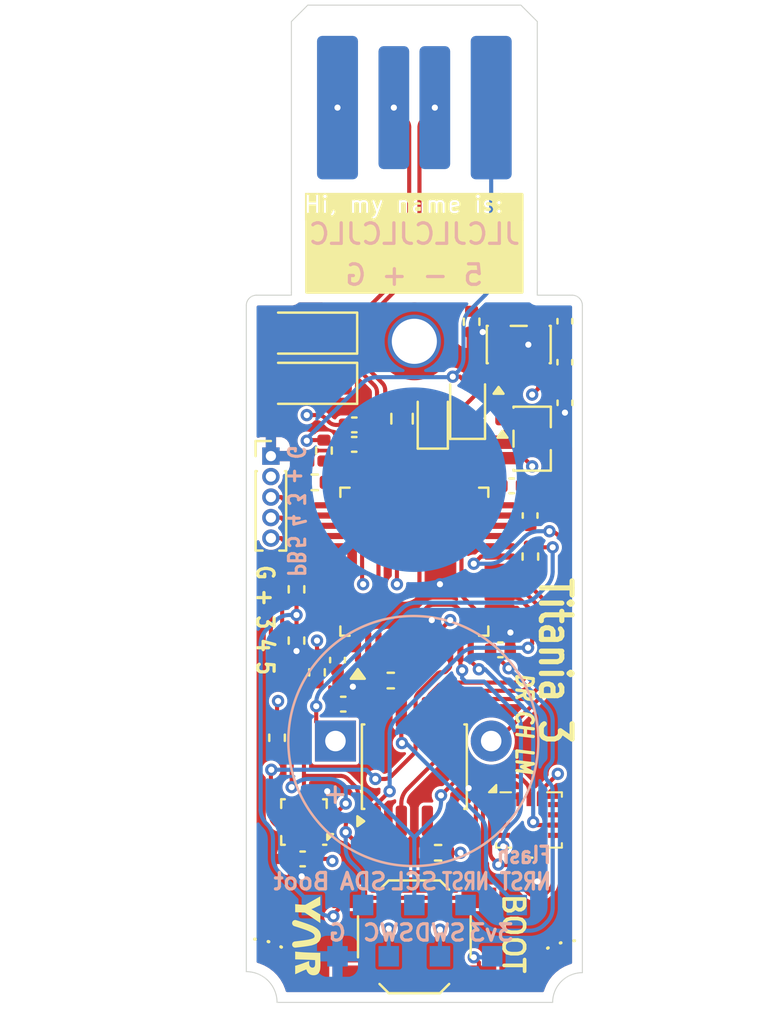
<source format=kicad_pcb>
(kicad_pcb (version 20241229) (generator "pcbnew") (generator_version "9.0")
  (layers (0 "F.Cu" signal) (4 "In1.Cu" signal) (6 "In2.Cu" signal) (2 "B.Cu" signal) (13 "F.Paste" user) (15 "B.Paste" user) (5 "F.SilkS" user "F.Silkscreen") (7 "B.SilkS" user "B.Silkscreen") (1 "F.Mask" user) (3 "B.Mask" user) (25 "Edge.Cuts" user))
  (net 0 "")
  (net 1 "Net-(BZ1--)")
  (net 2 "Net-(BZ1-+)")
  (net 3 "Net-(D1-A)")
  (net 4 "CHG_STAT")
  (net 7 "NRST")
  (net 9 "GND")
  (net 10 "+3V3")
  (net 13 "SWCLK")
  (net 15 "Net-(U1-PB0)")
  (net 16 "SWDIO")
  (net 17 "unconnected-(U1-PB5-Pad41)")
  (net 19 "Net-(U1-PA9)")
  (net 20 "FLASH_CS")
  (net 24 "USB_D+")
  (net 25 "USB_VBUS")
  (net 26 "SDA")
  (net 28 "USB_D-")
  (net 31 "FLASH_SCK")
  (net 32 "Net-(R5-Pad2)")
  (net 33 "Net-(U1-BOOT0)")
  (net 36 "SCL")
  (net 38 "FLASH_MOSI")
  (net 39 "FLASH_MISO")
  (net 40 "unconnected-(U1-PB3-Pad39)")
  (net 41 "BMI_INT1")
  (net 42 "BMI_INT2")
  (net 44 "unconnected-(U1-PB4-Pad40)")
  (net 45 "BMP_INT")
  (net 46 "Net-(D2-K)")
  (net 47 "+BATT")
  (net 48 "Net-(U4-PROG)")
  (net 49 "Net-(U5-~{RESET}{slash}SIO3)")
  (net 50 "Net-(U5-~{WP}{slash}SIO2)")
  (footprint "Resistor_SMD:R_0402_1005Metric" (layer "F.Cu") (at 80.59 66.23 -90)
    (property "Reference" "R10" (hide yes))
    (property "Value" "33K")
  )
  (footprint "Diode_SMD:D_SOD-323" (layer "F.Cu") (at 87.6 64.05 90)
    (property "Reference" "D2" (hide yes))
    (property "Value" "1N5819WS")
  )
  (footprint "Resistor_SMD:R_0402_1005Metric" (layer "F.Cu") (at 79.25 73 -90)
    (property "Reference" "R6" (hide yes))
    (property "Value" "10K")
  )
  (footprint "Capacitor_SMD:C_0402_1005Metric" (layer "F.Cu") (at 82.07 64.9775)
    (property "Reference" "C12" (hide yes))
    (property "Value" "4.7uF")
  )
  (footprint "Capacitor_SMD:C_0402_1005Metric" (layer "F.Cu") (at 92.345 61.92 90)
    (property "Reference" "C2" (hide yes))
    (property "Value" "4.7uF")
  )
  (footprint "Package_LGA:ST_HLGA-10_2x2mm_P0.5mm_LayoutBorder3x2y" (layer "F.Cu") (at 79.6125 84.35 180)
    (property "Reference" "U3" (hide yes))
    (property "Value" "BMP580")
  )
  (footprint "Package_LGA:Bosch_LGA-14_3x2.5mm_P0.5mm" (layer "F.Cu") (at 90.6 84.25)
    (property "Reference" "U2" (hide yes))
    (property "Value" "BMI260" (hide yes))
  )
  (footprint "Connector_PinHeader_1.00mm:PinHeader_1x05_P1.00mm_Vertical" (layer "F.Cu") (at 78 66.5)
    (property "Reference" "REF**" (hide yes))
    (property "Value" "PinHeader_1x05_P1.00mm_Vertical")
  )
  (footprint "MountingHole:MountingHole_2.2mm_M2_DIN965_Pad_TopOnly" (layer "F.Cu") (at 85 60.9)
    (property "Reference" "REF**" (hide yes))
    (property "Value" "MountingHole_2.2mm_M2_DIN965_Pad_TopOnly")
  )
  (footprint "LED_SMD:LED_0603_1608Metric" (layer "F.Cu") (at 85.9 64.65 90)
    (property "Reference" "D1" (hide yes))
    (property "Value" "LED")
  )
  (footprint "Capacitor_SMD:C_0402_1005Metric" (layer "F.Cu") (at 92.345 59.92 -90)
    (property "Reference" "C1" (hide yes))
    (property "Value" "4.7uF")
  )
  (footprint "Capacitor_SMD:C_0402_1005Metric" (layer "F.Cu") (at 89.2 75.95 180)
    (property "Reference" "C7" (hide yes))
    (property "Value" "100nF")
  )
  (footprint "Resistor_SMD:R_0603_1608Metric" (layer "F.Cu") (at 84.4 64.675 90)
    (property "Reference" "R1" (hide yes))
    (property "Value" "470R (>=250mW)")
  )
  (footprint "Package_SO:JEITA_SOIC-8_3.9x4.9mm_P1.27mm" (layer "F.Cu") (at 85 81.65 90)
    (property "Reference" "U5" (hide yes))
    (property "Value" "MX25R3235FM1IL0" (hide yes))
  )
  (footprint "Capacitor_SMD:C_0402_1005Metric" (layer "F.Cu") (at 90.65 86.45)
    (property "Reference" "C6" (hide yes))
    (property "Value" "100nF")
  )
  (footprint "Resistor_SMD:R_0402_1005Metric" (layer "F.Cu") (at 86.16 85.85)
    (property "Reference" "R8" (hide yes))
    (property "Value" "10K")
  )
  (footprint "Package_QFP:LQFP-48_7x7mm_P0.5mm" (layer "F.Cu") (at 85 71.649999 90)
    (property "Reference" "U1" (hide yes))
    (property "Value" "STM32L072CBT6" (hide yes))
  )
  (footprint "Resistor_SMD:R_0402_1005Metric" (layer "F.Cu") (at 83.85 77.45)
    (property "Reference" "R9" (hide yes))
    (property "Value" "10K")
  )
  (footprint "Capacitor_SMD:C_0402_1005Metric" (layer "F.Cu") (at 81.53 78.6 180)
    (property "Reference" "C13" (hide yes))
    (property "Value" "100nF")
  )
  (footprint "Capacitor_SMD:C_0402_1005Metric" (layer "F.Cu") (at 89.75 67.95)
    (property "Reference" "C4" (hide yes))
    (property "Value" "1.0uF")
  )
  (footprint "Resistor_SMD:R_0402_1005Metric" (layer "F.Cu") (at 78.3 80.24 -90)
    (property "Reference" "R3" (hide yes))
    (property "Value" "10K")
  )
  (footprint "Capacitor_SMD:C_0402_1005Metric" (layer "F.Cu") (at 79.55 86.15 180)
    (property "Reference" "C5" (hide yes))
    (property "Value" "100nF")
  )
  (footprint "Capacitor_SMD:C_0402_1005Metric" (layer "F.Cu") (at 81.25 76.45 90)
    (property "Reference" "C8" (hide yes))
    (property "Value" "100nF")
  )
  (footprint "Button_Switch_SMD:SW_SPST_TL3342" (layer "F.Cu") (at 85 89.95)
    (property "Reference" "SW1" (hide yes))
    (property "Value" "BOOT")
  )
  (footprint "Capacitor_SMD:C_0402_1005Metric" (layer "F.Cu") (at 92.35 63.9 -90)
    (property "Reference" "C3" (hide yes))
    (property "Value" "1.0uF")
  )
  (footprint "Capacitor_SMD:C_0402_1005Metric" (layer "F.Cu") (at 90.65 69.4 90)
    (property "Reference" "C9" (hide yes))
    (property "Value" "100nF")
  )
  (footprint "Resistor_SMD:R_0402_1005Metric" (layer "F.Cu") (at 87.795 59.945 90)
    (property "Reference" "R2" (hide yes))
    (property "Value" "68K")
  )
  (footprint "Package_TO_SOT_SMD:SOT-23-3" (layer "F.Cu") (at 90.75 65.65)
    (property "Reference" "U6" (hide yes))
    (property "Value" "XC6206P332MR")
  )
  (footprint "Resistor_SMD:R_0402_1005Metric" (layer "F.Cu") (at 90.6625 71.399999 -90)
    (property "Reference" "R7" (hide yes))
    (property "Value" "470R")
  )
  (footprint "Diode_SMD:D_SOD-123F" (layer "F.Cu") (at 80 62.95 180)
    (property "Reference" "D4" (hide yes))
    (property "Value" "BZT52Bxx")
  )
  (footprint "Package_TO_SOT_SMD:SOT-23-5" (layer "F.Cu") (at 90.095 61.0575 90)
    (property "Reference" "U4" (hide yes))
    (property "Value" "MCP73831" (hide yes))
  )
  (footprint "Capacitor_SMD:C_0402_1005Metric" (layer "F.Cu") (at 82.065 65.9275 180)
    (property "Reference" "C11" (hide yes))
    (property "Value" "100nF")
  )
  (footprint "Diode_SMD:D_SOD-123F" (layer "F.Cu") (at 80 60.5 180)
    (property "Reference" "D3" (hide yes))
    (property "Value" "BZT52B3V3")
  )
  (footprint "Resistor_SMD:R_0402_1005Metric" (layer "F.Cu") (at 80.25 77.05 -90)
    (property "Reference" "R4" (hide yes))
    (property "Value" "10K")
  )
  (footprint "Resistor_SMD:R_0402_1005Metric" (layer "F.Cu") (at 80.14 67.78 180)
    (property "Reference" "R11" (hide yes))
    (property "Value" "82K")
  )
  (footprint "Resistor_SMD:R_0402_1005Metric" (layer "F.Cu") (at 79.25 75.5 90)
    (property "Reference" "R5" (hide yes))
    (property "Value" "10K")
  )
  (footprint "TestPoint:TestPoint_Pad_1.0x1.0mm" (layer "B.Cu") (at 83.75 90.9)
    (property "Reference" "SWC")
    (property "Value" "SWCLK")
  )
  (footprint "TestPoint:TestPoint_Pad_1.0x1.0mm" (layer "B.Cu") (at 81.25 90.9)
    (property "Reference" "G")
    (property "Value" "VSS")
  )
  (footprint "Buzzer_Beeper:Buzzer_12x9.5RM7.6" (layer "B.Cu") (at 81.15 80.4)
    (property "Reference" "BZ1" (hide yes))
    (property "Value" "Buzzer" (hide yes))
  )
  (footprint "TestPoint:TestPoint_Pad_1.0x1.0mm" (layer "B.Cu") (at 80 88.4)
    (property "Reference" "Boot")
    (property "Value" "BOOT")
  )
  (footprint "TestPoint:TestPoint_Pad_1.0x1.0mm" (layer "B.Cu") (at 86.25 90.9)
    (property "Reference" "SWD")
    (property "Value" "SWDIO")
  )
  (footprint "TestPoint:TestPoint_Pad_1.0x1.0mm" (layer "B.Cu") (at 90 88.4)
    (property "Reference" "FlashNRST" (hide yes))
    (property "Value" "FLASH_NRST")
  )
  (footprint "TestPoint:TestPoint_Pad_1.0x1.0mm" (layer "B.Cu") (at 87.5 88.4)
    (property "Reference" "NRST")
    (property "Value" "NRST")
  )
  (footprint "Battery:BatteryHolder_Keystone_3001_1x12mm" (layer "B.Cu") (at 85 67.65)
    (property "Reference" "REF**" (hide yes))
    (property "Value" "12mm BattHolder")
  )
  (footprint "TestPoint:TestPoint_Pad_1.0x1.0mm" (layer "B.Cu") (at 82.5 88.4)
    (property "Reference" "SDA")
    (property "Value" "SDA")
  )
  (footprint "Connector_USB_PCB_Edge:USB_A_PCB_Edge_receptacle" (layer "B.Cu") (at 85 49.5 -90)
    (property "Reference" "J1" (hide yes))
    (property "Value" "USB_A")
    (fp_line (start 9 6) (end -4.2 6) (stroke (width 0.05)) (layer "Edge.Cuts"))
    (fp_line (start -5 5.2) (end -4.2 6) (stroke (width 0.05)) (layer "Edge.Cuts"))
    (fp_line (start -5 5.2) (end -5 -5.2) (stroke (width 0.05)) (layer "Edge.Cuts"))
    (fp_line (start -5 -5.2) (end -4.2 -6) (stroke (width 0.05)) (layer "Edge.Cuts"))
    (fp_line (start 9 -6) (end -4.2 -6) (stroke (width 0.05)) (layer "Edge.Cuts"))
  )
  (footprint "TestPoint:TestPoint_Pad_1.0x1.0mm" (layer "B.Cu") (at 85 88.4)
    (property "Reference" "SCL")
    (property "Value" "SCL")
  )
  (footprint "TestPoint:TestPoint_Pad_1.0x1.0mm" (layer "B.Cu") (at 88.8 90.9)
    (property "Reference" "3v3")
    (property "Value" "VDD")
  )
  (gr_poly (pts (xy 79.182355 90.66958) (xy 79.182356 90.669583) (xy 79.182357 90.669585)) (fill yes) (layer "F.SilkS"))
  (gr_curve (pts (xy 79.957329 89.551795) (xy 80.137649 89.633349) (xy 80.203436 89.703237) (xy 80.239124 89.757775)) (stroke (width 0.30601)) (layer "F.SilkS"))
  (gr_poly (pts (xy 79.829886 88.886625) (xy 79.752836 88.834939) (xy 79.696636 88.798015) (xy 79.676359 88.785096) (xy 79.661296 88.775867) (xy 79.651445 88.770328) (xy 79.648477 88.768943) (xy 79.646809 88.768482) (xy 79.637792 88.767578) (xy 79.628772 88.767579) (xy 79.619754 88.766677) (xy 79.482669 88.760366) (xy 79.412836 88.757377) (xy 79.339505 88.754729) (xy 79.262679 88.752415) (xy 79.182355 88.75045) (xy 79.183711 88.637709) (xy 79.184163 88.553842) (xy 79.18371 88.468617) (xy 79.182357 88.355433) (xy 79.225249 88.360169) (xy 79.280884 88.365352) (xy 79.349256 88.370991) (xy 79.430365 88.377077) (xy 79.511419 88.382606) (xy 79.579624 88.386548) (xy 79.634972 88.388914) (xy 79.67747 88.389704) (xy 80.413387 87.976655) (xy 80.41203 88.100883) (xy 80.411579 88.201218) (xy 80.41203 88.294333) (xy 80.413381 88.404133) (xy 80.390286 88.413545) (xy 80.36609 88.423753) (xy 80.340796 88.434739) (xy 80.314404 88.44652) (xy 80.258322 88.47245) (xy 80.197839 88.501533) (xy 80.137246 88.531186) (xy 80.108177 88.544906) (xy 80.079923 88.5579) (xy 80.052485 88.570164) (xy 80.025871 88.581686) (xy 80.000068 88.592482) (xy 79.975084 88.60254) (xy 80.061547 88.65186) (xy 80.137867 88.696107) (xy 80.204041 88.735283) (xy 80.260071 88.769384) (xy 80.308204 88.798693) (xy 80.349802 88.823493) (xy 80.384862 88.843789) (xy 80.413382 88.859567) (xy 80.41203 88.971852) (xy 80.411579 89.07962) (xy 80.412029 89.158307) (xy 80.41338 89.282534)) (fill yes) (layer "F.SilkS"))
  (gr_rect (start 89.281677 53.737907) (end 90.25 55) (stroke (width 0.16)) (fill yes) (layer "F.SilkS"))
  (gr_rect (start 79.75 55) (end 90.25 58.5) (stroke (width 0.16)) (fill yes) (layer "F.SilkS"))
  (gr_curve (pts (xy 80.239124 89.757775) (xy 80.274808 89.812318) (xy 80.280387 89.851501) (xy 80.28596 89.890674)) (stroke (width 0.30601)) (layer "F.SilkS"))
  (gr_poly (pts (xy 79.187363 89.283834) (xy 79.406693 89.353556) (xy 79.615289 89.422187) (xy 79.712208 89.455752) (xy 79.802414 89.488631) (xy 79.884572 89.520693) (xy 79.957329 89.551795) (xy 79.98982 89.566953) (xy 80.019747 89.581822) (xy 80.047235 89.596416) (xy 80.072415 89.610718) (xy 80.095403 89.624723) (xy 80.116322 89.638426) (xy 80.135306 89.651825) (xy 80.152464 89.664914) (xy 80.167928 89.677686) (xy 80.181824 89.690141) (xy 80.194276 89.70226) (xy 80.205395 89.714049) (xy 80.215321 89.725503) (xy 80.224163 89.736609) (xy 80.239124 89.757775) (xy 80.245469 89.767825) (xy 80.251153 89.777537) (xy 80.256219 89.786936) (xy 80.26071 89.796042) (xy 80.264675 89.804877) (xy 80.268155 89.813466) (xy 80.271193 89.821828) (xy 80.273832 89.829987) (xy 80.276121 89.837969) (xy 80.278098 89.84579) (xy 80.279813 89.853477) (xy 80.281308 89.861049) (xy 80.283808 89.875954) (xy 80.28596 89.890674)) (fill yes) (layer "F.SilkS"))
  (gr_curve (pts (xy 80.238642 90.067367) (xy 80.274325 90.020091) (xy 80.279902 89.982044) (xy 80.285475 89.944005)) (stroke (width 0.30601)) (layer "F.SilkS"))
  (gr_curve (pts (xy 79.186879 90.327135) (xy 79.481707 90.293962) (xy 79.776533 90.260793) (xy 79.956851 90.21596)) (stroke (width 0.30601)) (layer "F.SilkS"))
  (gr_arc (start 77.205626 90.064516) (mid 78.130996 90.271921) (end 78.949999 90.750001) (stroke (width 0.16) (type dot)) (layer "F.SilkS"))
  (gr_arc (start 91.503114 90.50569) (mid 92.227529 90.223588) (end 93 90.13614) (stroke (width 0.16) (type dot)) (layer "F.SilkS"))
  (gr_curve (pts (xy 79.187363 89.283834) (xy 79.482189 89.377038) (xy 79.777016 89.470245) (xy 79.957329 89.551795)) (stroke (width 0.30601)) (layer "F.SilkS"))
  (gr_poly (pts (xy 80.418229 91.344393) (xy 80.417526 91.371276) (xy 80.416537 91.397374) (xy 80.415269 91.422686) (xy 80.413723 91.447203) (xy 80.411886 91.47093) (xy 80.409777 91.49387) (xy 80.407986 91.510585) (xy 80.405775 91.526902) (xy 80.403139 91.542824) (xy 80.400077 91.55835) (xy 80.396602 91.573488) (xy 80.392697 91.588229) (xy 80.388372 91.602576) (xy 80.383625 91.616523) (xy 80.378517 91.630222) (xy 80.373138 91.643356) (xy 80.367473 91.655923) (xy 80.361527 91.667932) (xy 80.355298 91.67937) (xy 80.348791 91.690252) (xy 80.341998 91.700561) (xy 80.338493 91.705511) (xy 80.334921 91.710318) (xy 80.331399 91.715) (xy 80.32782 91.719587) (xy 80.324184 91.724077) (xy 80.320495 91.728467) (xy 80.316744 91.732759) (xy 80.312939 91.73695) (xy 80.309077 91.741042) (xy 80.305162 91.745038) (xy 80.301188 91.748932) (xy 80.297155 91.752735) (xy 80.293071 91.756432) (xy 80.288928 91.76003) (xy 80.28473 91.763532) (xy 80.280473 91.766936) (xy 80.276158 91.770242) (xy 80.271794 91.773446) (xy 80.267347 91.776557) (xy 80.262804 91.779575) (xy 80.258161 91.782502) (xy 80.253418 91.78534) (xy 80.248581 91.788086) (xy 80.243641 91.790739) (xy 80.2386 91.793299) (xy 80.233462 91.795764) (xy 80.228229 91.798144) (xy 80.222897 91.800431) (xy 80.217462 91.802625) (xy 80.211931 91.80473) (xy 80.206302 91.806739) (xy 80.200572 91.80866) (xy 80.194749 91.810488) (xy 80.188825 91.812226) (xy 80.176986 91.815609) (xy 80.164924 91.818539) (xy 80.152637 91.821016) (xy 80.140122 91.823047) (xy 80.127381 91.824624) (xy 80.11442 91.825751) (xy 80.10123 91.826428) (xy 80.087814 91.826657) (xy 80.072822 91.826417) (xy 80.058053 91.825695) (xy 80.043511 91.8245) (xy 80.029196 91.822823) (xy 80.015104 91.820668) (xy 80.001236 91.818031) (xy 79.987599 91.814921) (xy 79.97418 91.811328) (xy 79.967665 91.809338) (xy 79.96119 91.807211) (xy 79.954757 91.804943) (xy 79.948367 91.802534) (xy 79.942015 91.799981) (xy 79.935711 91.797288) (xy 79.929449 91.794458) (xy 79.923224 91.791485) (xy 79.917047 91.788368) (xy 79.910912 91.785109) (xy 79.904819 91.781718) (xy 79.898767 91.778181) (xy 79.892753 91.774503) (xy 79.886791 91.770685) (xy 79.88086 91.766722) (xy 79.87498 91.762625) (xy 79.869276 91.758495) (xy 79.863663 91.754226) (xy 79.858141 91.749817) (xy 79.852715 91.745263) (xy 79.847376 91.740568) (xy 79.842133 91.735734) (xy 79.836976 91.730762) (xy 79.831915 91.72565) (xy 79.826944 91.720388) (xy 79.822063 91.714995) (xy 79.817277 91.709458) (xy 79.81258 91.70378) (xy 79.807977 91.69796) (xy 79.803465 91.691999) (xy 79.799041 91.685899) (xy 79.794711 91.679652) (xy 79.790535 91.673296) (xy 79.786347 91.666619) (xy 79.777916 91.652317) (xy 79.769436 91.636747) (xy 79.760892 91.619904) (xy 79.7523 91.601798) (xy 79.743648 91.582424) (xy 79.734936 91.561776) (xy 79.726171 91.539867) (xy 79.611636 91.586766) (xy 79.587625 91.596852) (xy 79.563389 91.607281) (xy 79.538927 91.618045) (xy 79.514239 91.629154) (xy 79.25 91.75) (xy 79.245191 91.752226) (xy 79.239343 91.754847) (xy 79.224517 91.761273) (xy 79.205524 91.769275) (xy 79.182356 91.778856) (xy 79.183711 91.654399) (xy 79.184163 91.578648) (xy 79.18371 91.492969) (xy 79.182359 91.36581) (xy 79.249321 91.34552) (xy 79.356415 91.313504) (xy 79.381496 91.306121) (xy 79.403534 91.299302) (xy 79.422533 91.293043) (xy 79.43848 91.287349) (xy 79.47371 91.275229) (xy 79.515367 91.26052) (xy 79.563446 91.243218) (xy 79.617952 91.223315) (xy 79.873173 91.130425) (xy 79.871062 91.142576) (xy 79.869228 91.154664) (xy 79.867683 91.166699) (xy 79.866412 91.178677) (xy 79.865424 91.190596) (xy 79.864719 91.202465) (xy 79.864298 91.214271) (xy 79.864156 91.226022) (xy 79.864466 91.242284) (xy 79.865395 91.258153) (xy 79.866945 91.273619) (xy 79.867957 91.281213) (xy 79.869117 91.288701) (xy 79.870435 91.296091) (xy 79.871907 91.303384) (xy 79.873534 91.310577) (xy 79.875315 91.317674) (xy 79.877251 91.324667) (xy 79.879345 91.331565) (xy 79.881594 91.338365) (xy 79.883997 91.345069) (xy 79.886562 91.351724) (xy 79.889293 91.358168) (xy 79.892193 91.364405) (xy 79.895269 91.37043) (xy 79.898511 91.376242) (xy 79.901918 91.381847) (xy 79.9055 91.387234) (xy 79.909247 91.392414) (xy 79.913167 91.397381) (xy 79.917252 91.402136) (xy 79.921508 91.406684) (xy 79.925931 91.411018) (xy 79.930525 91.415136) (xy 79.935287 91.419048) (xy 79.94022 91.422744) (xy 79.945323 91.426235) (xy 79.950529 91.429621) (xy 79.955764 91.432785) (xy 79.961035 91.435735) (xy 79.966349 91.438463) (xy 79.971689 91.440978) (xy 79.977066 91.443269) (xy 79.982488 91.445344) (xy 79.987931 91.447201) (xy 79.99342 91.448842) (xy 79.998939 91.450258) (xy 80.004497 91.451461) (xy 80.010086 91.452445) (xy 80.015711 91.453206) (xy 80.021374 91.453753) (xy 80.02707 91.454081) (xy 80.032801 91.45419) (xy 80.03761 91.454111) (xy 80.042344 91.453864) (xy 80.046997 91.453461) (xy 80.051574 91.452895) (xy 80.05607 91.452165) (xy 80.060491 91.451272) (xy 80.064834 91.450222) (xy 80.069099 91.449006) (xy 80.073289 91.447626) (xy 80.0774 91.446087) (xy 80.081434 91.444386) (xy 80.085395 91.442522) (xy 80.089273 91.440496) (xy 80.093073 91.438311) (xy 80.096794 91.435958) (xy 80.100441 91.433447) (xy 80.104101 91.43076) (xy 80.107642 91.427884) (xy 80.11106 91.424813) (xy 80.114359 91.421556) (xy 80.117544 91.418108) (xy 80.120606 91.41447) (xy 80.123544 91.410635) (xy 80.126368 91.40662) (xy 80.129072 91.402407) (xy 80.131652 91.398007) (xy 80.134118 91.393422) (xy 80.136459 91.388641) (xy 80.138682 91.383668) (xy 80.140781 91.378507) (xy 80.142767 91.373154) (xy 80.144633 91.367613) (xy 80.146379 91.361897) (xy 80.148013 91.355804) (xy 80.149536 91.34933) (xy 80.150944 91.342475) (xy 80.15224 91.335238) (xy 80.153426 91.327619) (xy 80.154493 91.319626) (xy 80.155453 91.311248) (xy 80.157029 91.293351) (xy 80.158159 91.273932) (xy 80.158834 91.252995) (xy 80.159061 91.230532) (xy 80.158947 91.214582) (xy 80.158614 91.19829) (xy 80.158047 91.181663) (xy 80.157255 91.164699) (xy 80.156352 91.128393) (xy 80.155451 91.086235) (xy 80.057941 91.080543) (xy 79.950281 91.075189) (xy 79.832479 91.070169) (xy 79.704527 91.065493) (xy 79.572125 91.061378) (xy 79.44096 91.05805) (xy 79.31104 91.055515) (xy 79.182358 91.053769) (xy 79.183709 90.92954) (xy 79.184159 90.858067) (xy 79.18371 90.78479) (xy 79.182357 90.669585) (xy 79.259747 90.677698) (xy 79.333192 90.684914) (xy 79.402691 90.691227) (xy 79.468243 90.696637) (xy 79.53436 90.70143) (xy 79.60555 90.705881) (xy 79.681812 90.709996) (xy 79.763148 90.713771) (xy 79.848146 90.717155) (xy 79.935402 90.720085) (xy 80.024912 90.722566) (xy 80.116674 90.724595) (xy 80.284192 90.7273) (xy 80.41338 90.728202) (xy 80.411353 90.830109) (xy 80.410846 90.872949) (xy 80.410678 90.910373) (xy 80.410905 90.948424) (xy 80.411579 90.990414) (xy 80.412707 91.03635) (xy 80.414286 91.086237) (xy 80.41626 91.137754) (xy 80.417666 91.188595) (xy 80.418513 91.238762) (xy 80.418795 91.288249)) (fill yes) (layer "F.SilkS"))
  (gr_poly (pts (xy 80.283326 89.958287) (xy 80.280824 89.972678) (xy 80.279332 89.979946) (xy 80.277618 89.98729) (xy 80.275637 89.994709) (xy 80.273345 90.002221) (xy 80.270705 90.009846) (xy 80.267671 90.017585) (xy 80.264191 90.025466) (xy 80.260228 90.033498) (xy 80.255738 90.041685) (xy 80.250669 90.050054) (xy 80.244984 90.058612) (xy 80.238642 90.067367) (xy 80.231575 90.076332) (xy 80.223684 90.085486) (xy 80.214835 90.094795) (xy 80.204909 90.104223) (xy 80.193787 90.113749) (xy 80.181341 90.123337) (xy 80.167446 90.132957) (xy 80.151981 90.142583) (xy 80.134818 90.152175) (xy 80.115841 90.161709) (xy 80.09492 90.171153) (xy 80.071931 90.180478) (xy 80.046753 90.189651) (xy 80.019265 90.198646) (xy 79.989338 90.207425) (xy 79.956851 90.21596) (xy 79.884086 90.232251) (xy 79.801929 90.247581) (xy 79.711722 90.262094) (xy 79.614805 90.27592) (xy 79.406206 90.302074) (xy 79.186879 90.327135) (xy 80.285475 89.944005)) (fill yes) (layer "F.SilkS"))
  (gr_curve (pts (xy 79.956851 90.21596) (xy 80.137164 90.171129) (xy 80.202953 90.114642) (xy 80.238642 90.067367)) (stroke (width 0.30601)) (layer "F.SilkS"))
  (gr_arc (start 92.7 58.65) (mid 93.053553 58.796447) (end 93.2 59.15) (stroke (width 0.05)) (layer "Edge.Cuts"))
  (gr_line (start 79 58.65) (end 77.3 58.65) (stroke (width 0.05)) (layer "Edge.Cuts"))
  (gr_arc (start 91.75 93.15) (mid 92.174695 92.124695) (end 93.2 91.7) (stroke (width 0.05)) (layer "Edge.Cuts"))
  (gr_line (start 91 58.5) (end 91 58.65) (stroke (width 0.05)) (layer "Edge.Cuts"))
  (gr_arc (start 76.8 59.15) (mid 76.946447 58.796447) (end 77.3 58.65) (stroke (width 0.05)) (layer "Edge.Cuts"))
  (gr_line (start 91.75 93.15) (end 78.3 93.15) (stroke (width 0.05)) (layer "Edge.Cuts"))
  (gr_line (start 91 58.65) (end 92.7 58.65) (stroke (width 0.05)) (layer "Edge.Cuts"))
  (gr_line (start 76.8 91.65) (end 76.8 59.15) (stroke (width 0.05)) (layer "Edge.Cuts"))
  (gr_line (start 93.2 59.15) (end 93.2 91.7) (stroke (width 0.05)) (layer "Edge.Cuts"))
  (gr_arc (start 76.8 91.65) (mid 77.86066 92.08934) (end 78.3 93.15) (stroke (width 0.05)) (layer "Edge.Cuts"))
  (gr_line (start 79 58.5) (end 79 58.65) (stroke (width 0.05)) (layer "Edge.Cuts"))
  (gr_text "Titania 3" (at 91 76.5 270) (layer "F.SilkS") (effects (font (size 1.5 1.2) (thickness 0.25) (bold yes)) (justify bottom)))
  (gr_text "BOOT\n" (at 89.25 87.75 270) (layer "F.SilkS") (effects (font (size 1 1) (thickness 0.18) (bold yes)) (justify left bottom)))
  (gr_text "Hi, my name is:" (at 79.544929 54.69639 0) (layer "F.SilkS" knockout) (effects (font (size 0.8 0.8) (thickness 0.1)) (justify left bottom)))
  (gr_text "DR CH LM" (at 89.896912 77.005343 270) (layer "F.SilkS") (effects (font (size 0.8 0.65) (thickness 0.16) (bold yes) (italic yes)) (justify left bottom)))
  (gr_text "G + 3 4 5" (at 77.25 71.75 270) (layer "F.SilkS") (effects (font (size 0.8 0.65) (thickness 0.16) (bold yes)) (justify left bottom)))
  (gr_text "5 4 3 + G" (at 78.745 68.5 270) (layer "B.SilkS") (effects (font (size 0.8 0.61) (thickness 0.15) (bold yes)) (justify bottom mirror)))
  (gr_text "JLCJLCJLCJLC" (at 90.25 56.25 0) (layer "B.SilkS") (effects (font (size 1 1) (thickness 0.16)) (justify left bottom mirror)))
  (gr_text "Flash\nNRST" (at 91.75 87.72333 0) (layer "B.SilkS") (effects (font (size 0.8 0.65) (thickness 0.16) (bold yes)) (justify left bottom mirror)))
  (gr_text "5 - + G" (at 85 58.25 0) (layer "B.SilkS") (effects (font (size 1 1) (thickness 0.16) (bold yes)) (justify bottom mirror)))
  (gr_text "PB" (at 78.75 71.75 270) (layer "B.SilkS") (effects (font (size 0.8 0.61) (thickness 0.15) (bold yes)) (justify bottom mirror)))
  (segment (start 88.250001 71.399999) (end 89.1625 71.399999) (width 0.2) (layer "F.Cu") (net 1))
  (segment (start 89.164847 80.253553) (end 92.204554 77.213846) (width 0.2) (layer "F.Cu") (net 1))
  (segment (start 87.9 71.75) (end 88.250001 71.399999) (width 0.2) (layer "F.Cu") (net 1))
  (segment (start 92.351 76.860293) (end 92.351 70.908107) (width 0.2) (layer "F.Cu") (net 1))
  (segment (start 92.204553 70.554553) (end 91.961979 70.311979) (width 0.2) (layer "F.Cu") (net 1))
  (segment (start 91.608426 70.165533) (end 91.593107 70.165533) (width 0.2) (layer "F.Cu") (net 1))
  (segment (start 88.75 80.4) (end 88.811293 80.4) (width 0.2) (layer "F.Cu") (net 1))
  (via (at 91.593107 70.165533) (size 0.6) (drill 0.3) (layers "F.Cu" "B.Cu") (net 1))
  (via (at 87.9 71.75) (size 0.6) (drill 0.3) (layers "F.Cu" "B.Cu") (net 1))
  (arc (start 88.811293 80.4) (mid 89.002635 80.36194) (end 89.164847 80.253553) (width 0.2) (layer "F.Cu") (net 1))
  (arc (start 91.961979 70.311979) (mid 91.799767 70.203593) (end 91.608426 70.165533) (width 0.2) (layer "F.Cu") (net 1))
  (arc (start 92.351 76.860293) (mid 92.31294 77.051634) (end 92.204554 77.213846) (width 0.2) (layer "F.Cu") (net 1))
  (arc (start 92.351 70.908107) (mid 92.31294 70.716765) (end 92.204553 70.554553) (width 0.2) (layer "F.Cu") (net 1))
  (segment (start 88.660786 71.75) (end 87.9 71.75) (width 0.2) (layer "B.Cu") (net 1))
  (segment (start 90.366574 70.458426) (end 89.367893 71.457107) (width 0.2) (layer "B.Cu") (net 1))
  (segment (start 91.593107 70.165533) (end 91.073681 70.165533) (width 0.2) (layer "B.Cu") (net 1))
  (arc (start 88.660786 71.75) (mid 89.043469 71.67388) (end 89.367893 71.457107) (width 0.2) (layer "B.Cu") (net 1))
  (arc (start 91.073681 70.165533) (mid 90.690998 70.241653) (end 90.366574 70.458426) (width 0.2) (layer "B.Cu") (net 1))
  (segment (start 90.722501 70.95) (end 90.6625 70.889999) (width 0.2) (layer "F.Cu") (net 2))
  (segment (start 81.15 80.4) (end 80.2125 79.4625) (width 0.2) (layer "F.Cu") (net 2))
  (segment (start 91.75 70.95) (end 90.722501 70.95) (width 0.2) (layer "F.Cu") (net 2))
  (segment (start 80.2125 79.4625) (end 80.2125 78.7) (width 0.2) (layer "F.Cu") (net 2))
  (via (at 80.2125 78.7) (size 0.6) (drill 0.3) (layers "F.Cu" "B.Cu") (net 2))
  (via (at 91.75 70.95) (size 0.6) (drill 0.3) (layers "F.Cu" "B.Cu") (net 2))
  (segment (start 90.942893 73.357107) (end 91.457107 72.842893) (width 0.2) (layer "B.Cu") (net 2))
  (segment (start 85.095464 73.65) (end 90.235786 73.65) (width 0.2) (layer "B.Cu") (net 2))
  (segment (start 91.75 72.135786) (end 91.75 70.95) (width 0.2) (layer "B.Cu") (net 2))
  (segment (start 80.2125 78.7) (end 80.2125 78.532964) (width 0.2) (layer "B.Cu") (net 2))
  (segment (start 80.505393 77.825857) (end 84.388357 73.942893) (width 0.2) (layer "B.Cu") (net 2))
  (arc (start 80.2125 78.532964) (mid 80.28862 78.150281) (end 80.505393 77.825857) (width 0.2) (layer "B.Cu") (net 2))
  (arc (start 91.457107 72.842893) (mid 91.67388 72.51847) (end 91.75 72.135786) (width 0.2) (layer "B.Cu") (net 2))
  (arc (start 90.942893 73.357107) (mid 90.61847 73.57388) (end 90.235786 73.65) (width 0.2) (layer "B.Cu") (net 2))
  (arc (start 85.095464 73.65) (mid 84.712781 73.72612) (end 84.388357 73.942893) (width 0.2) (layer "B.Cu") (net 2))
  (segment (start 84.2 63.75) (end 85.8 63.75) (width 0.2) (layer "F.Cu") (net 3))
  (segment (start 87.446447 73.45527) (end 88.391176 74.399999) (width 0.2) (layer "F.Cu") (net 4))
  (segment (start 85.8 65.6) (end 86 65.8) (width 0.2) (layer "F.Cu") (net 4))
  (segment (start 89.145 63.122893) (end 89.145 62.195) (width 0.2) (layer "F.Cu") (net 4))
  (segment (start 88.4 66.53776) (end 88.4 68.042893) (width 0.2) (layer "F.Cu") (net 4))
  (segment (start 88.253553 68.396447) (end 87.446446 69.203554) (width 0.2) (layer "F.Cu") (net 4))
  (segment (start 87.869347 65.8) (end 88.053554 65.615793) (width 0.2) (layer "F.Cu") (net 4))
  (segment (start 88.346447 64.128553) (end 88.998554 63.476446) (width 0.2) (layer "F.Cu") (net 4))
  (segment (start 88.2 65.26224) (end 88.2 64.482107) (width 0.2) (layer "F.Cu") (net 4))
  (segment (start 88.391176 74.399999) (end 89.1625 74.399999) (width 0.2) (layer "F.Cu") (net 4))
  (segment (start 87.3 69.557107) (end 87.3 73.101716) (width 0.2) (layer "F.Cu") (net 4))
  (segment (start 87.869347 65.8) (end 88.253554 66.184207) (width 0.2) (layer "F.Cu") (net 4))
  (segment (start 86 65.8) (end 87.869347 65.8) (width 0.2) (layer "F.Cu") (net 4))
  (arc (start 87.446446 69.203554) (mid 87.33806 69.365766) (end 87.3 69.557107) (width 0.2) (layer "F.Cu") (net 4))
  (arc (start 88.998554 63.476446) (mid 89.10694 63.314234) (end 89.145 63.122893) (width 0.2) (layer "F.Cu") (net 4))
  (arc (start 88.2 64.482107) (mid 88.23806 64.290765) (end 88.346447 64.128553) (width 0.2) (layer "F.Cu") (net 4))
  (arc (start 88.4 68.042893) (mid 88.36194 68.234235) (end 88.253553 68.396447) (width 0.2) (layer "F.Cu") (net 4))
  (arc (start 88.4 66.53776) (mid 88.36194 66.346419) (end 88.253554 66.184207) (width 0.2) (layer "F.Cu") (net 4))
  (arc (start 88.2 65.26224) (mid 88.16194 65.453581) (end 88.053554 65.615793) (width 0.2) (layer "F.Cu") (net 4))
  (arc (start 87.446447 73.45527) (mid 87.33806 73.293058) (end 87.3 73.101716) (width 0.2) (layer "F.Cu") (net 4))
  (segment (start 85.25 75.812499) (end 85.25 74.457107) (width 0.2) (layer "F.Cu") (net 7))
  (segment (start 85.396447 74.103553) (end 85.603554 73.896446) (width 0.2) (layer "F.Cu") (net 7))
  (segment (start 88.72 75.95) (end 88.72 75.97) (width 0.2) (layer "F.Cu") (net 7))
  (segment (start 85.957107 73.75) (end 86.751718 73.75) (width 0.2) (layer "F.Cu") (net 7))
  (segment (start 87.105272 73.896447) (end 88.72 75.511175) (width 0.2) (layer "F.Cu") (net 7))
  (segment (start 88.72 75.97) (end 89.6 76.85) (width 0.2) (layer "F.Cu") (net 7))
  (segment (start 88.72 75.511175) (end 88.72 75.95) (width 0.2) (layer "F.Cu") (net 7))
  (via (at 89.6 76.85) (size 0.6) (drill 0.3) (layers "F.Cu" "B.Cu") (net 7))
  (arc (start 85.603554 73.896446) (mid 85.765766 73.78806) (end 85.957107 73.75) (width 0.2) (layer "F.Cu") (net 7))
  (arc (start 85.25 74.457107) (mid 85.28806 74.265765) (end 85.396447 74.103553) (width 0.2) (layer "F.Cu") (net 7))
  (arc (start 86.751718 73.75) (mid 86.94306 73.78806) (end 87.105272 73.896447) (width 0.2) (layer "F.Cu") (net 7))
  (segment (start 88.457107 89.357107) (end 87.5 88.4) (width 0.2) (layer "B.Cu") (net 7))
  (segment (start 91.75 79.414214) (end 91.75 81.19395) (width 0.2) (layer "B.Cu") (net 7))
  (segment (start 91.457107 89.242893) (end 91.342893 89.357107) (width 0.2) (layer "B.Cu") (net 7))
  (segment (start 91.75 82.80605) (end 91.75 88.535786) (width 0.2) (layer "B.Cu") (net 7))
  (segment (start 89.6 76.85) (end 91.457107 78.707107) (width 0.2) (layer "B.Cu") (net 7))
  (segment (start 91.546447 82.39539) (end 91.603554 82.452497) (width 0.2) (layer "B.Cu") (net 7))
  (segment (start 90.635786 89.65) (end 89.164214 89.65) (width 0.2) (layer "B.Cu") (net 7))
  (segment (start 91.603553 81.547504) (end 91.546446 81.604611) (width 0.2) (layer "B.Cu") (net 7))
  (segment (start 91.4 81.958164) (end 91.4 82.041836) (width 0.2) (layer "B.Cu") (net 7))
  (segment (start 87.7 88.4) (end 87.5 88.4) (width 0.2) (layer "B.Cu") (net 7))
  (arc (start 91.546446 81.604611) (mid 91.43806 81.766823) (end 91.4 81.958164) (width 0.2) (layer "B.Cu") (net 7))
  (arc (start 91.75 81.19395) (mid 91.71194 81.385292) (end 91.603553 81.547504) (width 0.2) (layer "B.Cu") (net 7))
  (arc (start 91.546447 82.39539) (mid 91.43806 82.233178) (end 91.4 82.041836) (width 0.2) (layer "B.Cu") (net 7))
  (arc (start 91.75 79.414214) (mid 91.67388 79.031531) (end 91.457107 78.707107) (width 0.2) (layer "B.Cu") (net 7))
  (arc (start 88.457107 89.357107) (mid 88.78153 89.57388) (end 89.164214 89.65) (width 0.2) (layer "B.Cu") (net 7))
  (arc (start 91.75 82.80605) (mid 91.71194 82.614709) (end 91.603554 82.452497) (width 0.2) (layer "B.Cu") (net 7))
  (arc (start 91.342893 89.357107) (mid 91.01847 89.57388) (end 90.635786 89.65) (width 0.2) (layer "B.Cu") (net 7))
  (arc (start 91.457107 89.242893) (mid 91.67388 88.91847) (end 91.75 88.535786) (width 0.2) (layer "B.Cu") (net 7))
  (segment (start 90.095 62.195) (end 90.095 61.532501) (width 0.2) (layer "F.Cu") (net 9))
  (segment (start 85.75 75.812499) (end 85.75 74.6) (width 0.2) (layer "F.Cu") (net 9))
  (segment (start 91.13 86.45) (end 91.1 86.42) (width 0.2) (layer "F.Cu") (net 9))
  (segment (start 80.1125 83.5875) (end 80.1125 83.4875) (width 0.2) (layer "F.Cu") (net 9))
  (segment (start 88.329887 60.455) (end 88.335513 60.449374) (width 0.2) (layer "F.Cu") (net 9))
  (segment (start 91.114553 68.280778) (end 90.930221 68.096446) (width 0.2) (layer "F.Cu") (net 9))
  (segment (start 90.576668 67.95) (end 90.23 67.95) (width 0.2) (layer "F.Cu") (net 9))
  (segment (start 82.75 67.487499) (end 82.75 66.70671) (width 0.2) (layer "F.Cu") (net 9))
  (segment (start 90.316446 69.546446) (end 90.65 69.88) (width 0.2) (layer "F.Cu") (net 9))
  (segment (start 90.6 85.262501) (end 91.1 85.2625) (width 0.2) (layer "F.Cu") (net 9))
  (segment (start 82.55 64.9775) (end 82.55 65.9225) (width 0.2) (layer "F.Cu") (net 9))
  (segment (start 89.962892 69.399999) (end 89.1625 69.399999) (width 0.2) (layer "F.Cu") (net 9))
  (segment (start 90.65 69.88) (end 91.114554 69.415446) (width 0.2) (layer "F.Cu") (net 9))
  (segment (start 82.539236 66.495946) (end 82.539236 65.933264) (width 0.2) (layer "F.Cu") (net 9))
  (segment (start 90.563751 61.063751) (end 90.627501 61) (width 0.2) (layer "F.Cu") (net 9))
  (segment (start 91 87.25) (end 91.13 87.12) (width 0.2) (layer "F.Cu") (net 9))
  (segment (start 90.627501 61) (end 91.75 61) (width 0.2) (layer "F.Cu") (net 9))
  (segment (start 86.905 84.3) (end 86.905 83.443471) (width 0.2) (layer "F.Cu") (net 9))
  (segment (start 91.905 61) (end 92.345 61.44) (width 0.2) (layer "F.Cu") (net 9))
  (segment (start 91.261 69.061893) (end 91.261 68.634332) (width 0.2) (layer "F.Cu") (net 9))
  (segment (start 89.68 75.114469) (end 89.688633 75.105836) (width 0.2) (layer "F.Cu") (net 9))
  (segment (start 82.75 66.70671) (end 82.539236 66.495946) (width 0.2) (layer "F.Cu") (net 9))
  (segment (start 79.07 85.155) (end 79.1125 85.1125) (width 0.2) (layer "F.Cu") (net 9))
  (segment (start 82.539236 65.933264) (end 82.545 65.9275) (width 0.2) (layer "F.Cu") (net 9))
  (segment (start 91.75 61) (end 91.75 60.995) (width 0.2) (layer "F.Cu") (net 9))
  (segment (start 91.75 60.995) (end 92.345 60.4) (width 0.2) (layer "F.Cu") (net 9))
  (segment (start 79.07 86.15) (end 79.07 85.155) (width 0.2) (layer "F.Cu") (net 9))
  (segment (start 90.095 61.532501) (end 90.563751 61.063751) (width 0.2) (layer "F.Cu") (net 9))
  (segment (start 85.75 74.6) (end 85.85 74.5) (width 0.2) (layer "F.Cu") (net 9))
  (segment (start 80.1125 83.4875) (end 80.75 82.85) (width 0.2) (layer "F.Cu") (net 9))
  (segment (start 79.6125 85.1125) (end 79.1125 85.1125) (width 0.2) (layer "F.Cu") (net 9))
  (segment (start 91.1 86.42) (end 91.1 85.2625) (width 0.2) (layer "F.Cu") (net 9))
  (segment (start 86.905 83.443471) (end 87.648471 82.7) (width 0.2) (layer "F.Cu") (net 9))
  (segment (start 82.55 65.9225) (end 82.545 65.9275) (width 0.2) (layer "F.Cu") (net 9))
  (segment (start 91.13 87.12) (end 91.13 86.45) (width 0.2) (layer "F.Cu") (net 9))
  (segment (start 91.75 61) (end 91.905 61) (width 0.2) (layer "F.Cu") (net 9))
  (segment (start 87.795 60.455) (end 88.329887 60.455) (width 0.2) (layer "F.Cu") (net 9))
  (segment (start 89.68 75.95) (end 89.68 75.114469) (width 0.2) (layer "F.Cu") (net 9))
  (via (at 81.25 49.5) (size 0.6) (drill 0.3) (layers "F.Cu" "B.Cu") (net 9))
  (via (at 88.335513 60.449374) (size 0.6) (drill 0.3) (layers "F.Cu" "B.Cu") (net 9))
  (via (at 86.25 72.75) (size 0.6) (drill 0.3) (layers "F.Cu" "B.Cu") (net 9))
  (via (at 80.75 82.85) (size 0.6) (drill 0.3) (layers "F.Cu" "B.Cu") (net 9))
  (via (at 79.5 87) (size 0.6) (drill 0.3) (layers "F.Cu" "B.Cu") (net 9))
  (via (at 79.25 76.01) (size 0.6) (drill 0.3) (layers "F.Cu" "B.Cu") (net 9))
  (via (at 91 87.25) (size 0.6) (drill 0.3) (layers "F.Cu" "B.Cu") (net 9))
  (via (at 82 77.75) (size 0.6) (drill 0.3) (layers "F.Cu" "B.Cu") (net 9))
  (via (at 92.35 64.38) (size 0.6) (drill 0.3) (layers "F.Cu" "B.Cu") (net 9))
  (via (at 87.648471 82.7) (size 0.6) (drill 0.3) (layers "F.Cu" "B.Cu") (net 9))
  (via (at 85.85 74.5) (size 0.6) (drill 0.3) (layers "F.Cu" "B.Cu") (net 9))
  (via (at 90.563751 61.063751) (size 0.6) (drill 0.3) (layers "F.Cu" "B.Cu") (net 9))
  (via (at 89.688633 75.105836) (size 0.6) (drill 0.3) (layers "F.Cu" "B.Cu") (net 9))
  (arc (start 91.114553 68.280778) (mid 91.22294 68.44299) (end 91.261 68.634332) (width 0.2) (layer "F.Cu") (net 9))
  (arc (start 90.930221 68.096446) (mid 90.768009 67.98806) (end 90.576668 67.95) (width 0.2) (layer "F.Cu") (net 9))
  (arc (start 90.316446 69.546446) (mid 90.154234 69.438059) (end 89.962892 69.399999) (width 0.2) (layer "F.Cu") (net 9))
  (arc (start 91.114554 69.415446) (mid 91.22294 69.253234) (end 91.261 69.061893) (width 0.2) (layer "F.Cu") (net 9))
  (segment (start 88.335513 60.449374) (end 88.656997 60.770858) (width 0.2) (layer "B.Cu") (net 9))
  (segment (start 89.364104 61.063751) (end 90.563751 61.063751) (width 0.2) (layer "B.Cu") (net 9))
  (arc (start 88.656997 60.770858) (mid 88.98142 60.987631) (end 89.364104 61.063751) (width 0.2) (layer "B.Cu") (net 9))
  (segment (start 87.25 85.85) (end 86.67 85.85) (width 0.2) (layer "F.Cu") (net 10))
  (segment (start 78.85 84.1) (end 79.242893 84.1) (width 0.2) (layer "F.Cu") (net 10))
  (segment (start 90.75 67) (end 90.35 66.6) (width 0.2) (layer "F.Cu") (net 10))
  (segment (start 83.34 77.45) (end 82.907107 77.45) (width 0.2) (layer "F.Cu") (net 10))
  (segment (start 88.773 83.5) (end 89.3375 83.5) (width 0.2) (layer "F.Cu") (net 10))
  (segment (start 91.1 82.901) (end 92.001 82) (width 0.2) (layer "F.Cu") (net 10))
  (segment (start 82.092499 75.97) (end 82.25 75.812499) (width 0.2) (layer "F.Cu") (net 10))
  (segment (start 89.299874 86.45) (end 90.17 86.45) (width 0.2) (layer "F.Cu") (net 10))
  (segment (start 89.27 67.95) (end 89.27 66.805) (width 0.2) (layer "F.Cu") (net 10))
  (segment (start 80.8375 74.399999) (end 81.3 74.399999) (width 0.2) (layer "F.Cu") (net 10))
  (segment (start 83.35 77.9) (end 83.35 77.46) (width 0.2) (layer "F.Cu") (net 10))
  (segment (start 82.553553 77.303553) (end 82.396446 77.146446) (width 0.2) (layer "F.Cu") (net 10))
  (segment (start 91.75 87.292893) (end 91.75 85.1125) (width 0.2) (layer "F.Cu") (net 10))
  (segment (start 81.3 74.399999) (end 81.3 75.92) (width 0.2) (layer "F.Cu") (net 10))
  (segment (start 81.3 75.92) (end 81.25 75.97) (width 0.2) (layer "F.Cu") (net 10))
  (segment (start 83.35 77.46) (end 83.34 77.45) (width 0.2) (layer "F.Cu") (net 10))
  (segment (start 90.629999 68.899999) (end 90.65 68.92) (width 0.2) (layer "F.Cu") (net 10))
  (segment (start 91.75 85.1125) (end 91.8625 85) (width 0.2) (layer "F.Cu") (net 10))
  (segment (start 91.1 83.2375) (end 91.1 82.901) (width 0.2) (layer "F.Cu") (net 10))
  (segment (start 89.475 66.6) (end 89.6125 66.6) (width 0.2) (layer "F.Cu") (net 10))
  (segment (start 78.3 78.498346) (end 78.350014 78.448332) (width 0.2) (layer "F.Cu") (net 10))
  (segment (start 86.249999 75.812499) (end 86.249999 75.000001) (width 0.2) (layer "F.Cu") (net 10))
  (segment (start 89.276918 86.427044) (end 89.299874 86.45) (width 0.2) (layer "F.Cu") (net 10))
  (segment (start 80.1125 84.7625) (end 80.1125 85.1125) (width 0.2) (layer "F.Cu") (net 10))
  (segment (start 90.1 85.2625) (end 90.1 86.38) (width 0.2) (layer "F.Cu") (net 10))
  (segment (start 79.596447 84.246447) (end 79.95 84.6) (width 0.2) (layer "F.Cu") (net 10))
  (segment (start 80.25 76) (end 81.22 76) (width 0.2) (layer "F.Cu") (net 10))
  (segment (start 82.01 78.6) (end 82.4 78.6) (width 0.2) (layer "F.Cu") (net 10))
  (segment (start 81.85 91.85) (end 88.15 91.85) (width 0.2) (layer "F.Cu") (net 10))
  (segment (start 81.22 76) (end 81.25 75.97) (width 0.2) (layer "F.Cu") (net 10))
  (segment (start 82.55 78.75) (end 82.845 78.75) (width 0.2) (layer "F.Cu") (net 10))
  (segment (start 81.59 65.9225) (end 81.585 65.9275) (width 0.2) (layer "F.Cu") (net 10))
  (segment (start 81.25 75.97) (end 82.092499 75.97) (width 0.2) (layer "F.Cu") (net 10))
  (segment (start 89.1625 68.899999) (end 90.629999 68.899999) (width 0.2) (layer "F.Cu") (net 10))
  (segment (start 80.25 76) (end 80.25 75.5) (width 0.2) (layer "F.Cu") (net 10))
  (segment (start 82.25 67.487499) (end 82.237499 67.487499) (width 0.2) (layer "F.Cu") (net 10))
  (segment (start 89.1 86.427044) (end 88.845446 86.17249) (width 0.2) (layer "F.Cu") (net 10))
  (segment (start 78.3 79.73) (end 78.3 78.498346) (width 0.2) (layer "F.Cu") (net 10))
  (segment (start 82.237499 67.487499) (end 81.585 66.835) (width 0.2) (layer "F.Cu") (net 10))
  (segment (start 88.699 85.818937) (end 88.699 83.574) (width 0.2) (layer "F.Cu") (net 10))
  (segment (start 83.095 79) (end 83.095 78.155) (width 0.2) (layer "F.Cu") (net 10))
  (segment (start 89.27 68.792499) (end 89.1625 68.899999) (width 0.2) (layer "F.Cu") (net 10))
  (segment (start 90.396447 87.646447) (end 90.548423 87.798423) (width 0.2) (layer "F.Cu") (net 10))
  (segment (start 82.4 78.6) (end 82.55 78.75) (width 0.2) (layer "F.Cu") (net 10))
  (segment (start 89.27 66.805) (end 89.475 66.6) (width 0.2) (layer "F.Cu") (net 10))
  (segment (start 90.1 86.38) (end 90.17 86.45) (width 0.2) (layer "F.Cu") (net 10))
  (segment (start 81.59 64.9775) (end 81.184607 64.9775) (width 0.2) (layer "F.Cu") (net 10))
  (segment (start 82.845 78.75) (end 83.095 79) (width 0.2) (layer "F.Cu") (net 10))
  (segment (start 80.9 86.15) (end 81 86.25) (width 0.2) (layer "F.Cu") (net 10))
  (segment (start 91.451578 87.798422) (end 91.603554 87.646446) (width 0.2) (layer "F.Cu") (net 10))
  (segment (start 80.375 84.6) (end 79.95 84.6) (width 0.2) (layer "F.Cu") (net 10))
  (segment (start 80.25 76.54) (end 80.25 76) (width 0.2) (layer "F.Cu") (net 10))
  (segment (start 80.03 86.15) (end 80.1125 86.0675) (width 0.2) (layer "F.Cu") (net 10))
  (segment (start 88.15 91.85) (end 88.15 91.2) (width 0.2) (layer "F.Cu") (net 10))
  (segment (start 88.15 91.2) (end 87.9 90.95) (width 0.2) (layer "F.Cu") (net 10))
  (segment (start 90.35 66.6) (end 89.6125 66.6) (width 0.2) (layer "F.Cu") (net 10))
  (segment (start 89.27 67.95) (end 89.27 68.792499) (width 0.2) (layer "F.Cu") (net 10))
  (segment (start 80.292893 64.5) (end 79.75 64.5) (width 0.2) (layer "F.Cu") (net 10))
  (segment (start 88.699 83.574) (end 88.773 83.5) (width 0.2) (layer "F.Cu") (net 10))
  (segment (start 79.95 84.6) (end 80.1125 84.7625) (width 0.2) (layer "F.Cu") (net 10))
  (segment (start 89.1 86.427044) (end 89.276918 86.427044) (width 0.2) (layer "F.Cu") (net 10))
  (segment (start 86.249999 75.000001) (end 86.75 74.5) (width 0.2) (layer "F.Cu") (net 10))
  (segment (start 80.03 86.15) (end 80.9 86.15) (width 0.2) (layer "F.Cu") (net 10))
  (segment (start 82.25 76.792893) (end 82.25 75.812499) (width 0.2) (layer "F.Cu") (net 10))
  (segment (start 81.585 66.835) (end 81.585 65.9275) (width 0.2) (layer "F.Cu") (net 10))
  (segment (start 83.095 78.155) (end 83.35 77.9) (width 0.2) (layer "F.Cu") (net 10))
  (segment (start 80.831053 64.831053) (end 80.646446 64.646446) (width 0.2) (layer "F.Cu") (net 10))
  (segment (start 90.25 86.53) (end 90.25 87.292893) (width 0.2) (layer "F.Cu") (net 10))
  (segment (start 80.1125 86.0675) (end 80.1125 85.1125) (width 0.2) (layer "F.Cu") (net 10))
  (segment (start 90.901976 87.944869) (end 91.098024 87.944869) (width 0.2) (layer "F.Cu") (net 10))
  (segment (start 90.17 86.45) (end 90.25 86.53) (width 0.2) (layer "F.Cu") (net 10))
  (segment (start 81.59 64.9775) (end 81.59 65.9225) (width 0.2) (layer "F.Cu") (net 10))
  (via (at 87.9 90.95) (size 0.6) (drill 0.3) (layers "F.Cu" "B.Cu") (net 10))
  (via (at 86.75 74.5) (size 0.6) (drill 0.3) (layers "F.Cu" "B.Cu") (net 10))
  (via (at 80.25 75.5) (size 0.6) (drill 0.3) (layers "F.Cu" "B.Cu") (net 10))
  (via (at 87.25 85.85) (size 0.6) (drill 0.3) (layers "F.Cu" "B.Cu") (net 10))
  (via (at 92.001 82) (size 0.6) (drill 0.3) (layers "F.Cu" "B.Cu") (net 10))
  (via (at 89.1 86.427044) (size 0.6) (drill 0.3) (layers "F.Cu" "B.Cu") (net 10))
  (via (at 90.75 67) (size 0.6) (drill 0.3) (layers "F.Cu" "B.Cu") (net 10))
  (via (at 79.75 64.5) (size 0.6) (drill 0.3) (layers "F.Cu" "B.Cu") (net 10))
  (via (at 81 86.25) (size 0.6) (drill 0.3) (layers "F.Cu" "B.Cu") (net 10))
  (via (at 78.350014 78.448332) (size 0.6) (drill 0.3) (layers "F.Cu" "B.Cu") (net 10))
  (arc (start 82.907107 77.45) (mid 82.715765 77.41194) (end 82.553553 77.303553) (width 0.2) (layer "F.Cu") (net 10))
  (arc (start 80.292893 64.5) (mid 80.484234 64.53806) (end 80.646446 64.646446) (width 0.2) (layer "F.Cu") (net 10))
  (arc (start 88.845446 86.17249) (mid 88.73706 86.010278) (end 88.699 85.818937) (width 0.2) (layer "F.Cu") (net 10))
  (arc (start 82.396446 77.146446) (mid 82.28806 76.984234) (end 82.25 76.792893) (width 0.2) (layer "F.Cu") (net 10))
  (arc (start 90.901976 87.944869) (mid 90.710635 87.906809) (end 90.548423 87.798423) (width 0.2) (layer "F.Cu") (net 10))
  (arc (start 91.098024 87.944869) (mid 91.289366 87.906809) (end 91.451578 87.798422) (width 0.2) (layer "F.Cu") (net 10))
  (arc (start 90.396447 87.646447) (mid 90.28806 87.484235) (end 90.25 87.292893) (width 0.2) (layer "F.Cu") (net 10))
  (arc (start 91.75 87.292893) (mid 91.71194 87.484234) (end 91.603554 87.646446) (width 0.2) (layer "F.Cu") (net 10))
  (arc (start 81.184607 64.9775) (mid 80.993265 64.93944) (end 80.831053 64.831053) (width 0.2) (layer "F.Cu") (net 10))
  (arc (start 79.242893 84.1) (mid 79.434235 84.13806) (end 79.596447 84.246447) (width 0.2) (layer "F.Cu") (net 10))
  (segment (start 87.9 90.95) (end 88.75 90.95) (width 0.2) (layer "B.Cu") (net 10))
  (segment (start 88.75 90.95) (end 88.8 90.9) (width 0.2) (layer "B.Cu") (net 10))
  (segment (start 82.303553 69.594728) (end 81.608824 68.899999) (width 0.2) (layer "F.Cu") (net 13))
  (segment (start 82.449997 72.75) (end 82.45 72.749997) (width 0.2) (layer "F.Cu") (net 13))
  (segment (start 81.608824 68.899999) (end 80.8375 68.899999) (width 0.2) (layer "F.Cu") (net 13))
  (segment (start 82.45 72.749997) (end 82.45 69.948282) (width 0.2) (layer "F.Cu") (net 13))
  (via (at 82.5 72.75) (size 0.6) (drill 0.3) (layers "F.Cu" "B.Cu") (net 13))
  (via (at 83.75 89.55) (size 0.6) (drill 0.3) (layers "F.Cu" "B.Cu") (net 13))
  (arc (start 82.303553 69.594728) (mid 82.41194 69.75694) (end 82.45 69.948282) (width 0.2) (layer "F.Cu") (net 13))
  (segment (start 83.75 90.9) (end 83.75 89.55) (width 0.2) (layer "B.Cu") (net 13))
  (segment (start 89.1625 71.899999) (end 90.6525 71.899999) (width 0.2) (layer "F.Cu") (net 15))
  (segment (start 90.6525 71.899999) (end 90.6625 71.909999) (width 0.2) (layer "F.Cu") (net 15))
  (segment (start 84.15 72.75) (end 84.15 69.857107) (width 0.2) (layer "F.Cu") (net 16))
  (segment (start 83.25 68.542893) (end 83.25 67.487499) (width 0.2) (layer "F.Cu") (net 16))
  (segment (start 84.003553 69.503553) (end 83.396446 68.896446) (width 0.2) (layer "F.Cu") (net 16))
  (via (at 84.15 72.75) (size 0.6) (drill 0.3) (layers "F.Cu" "B.Cu") (net 16))
  (via (at 86.25 89.6) (size 0.6) (drill 0.3) (layers "F.Cu" "B.Cu") (net 16))
  (arc (start 83.25 68.542893) (mid 83.28806 68.734234) (end 83.396446 68.896446) (width 0.2) (layer "F.Cu") (net 16))
  (arc (start 84.15 69.857107) (mid 84.11194 69.665765) (end 84.003553 69.503553) (width 0.2) (layer "F.Cu") (net 16))
  (segment (start 86.25 90.9) (end 86.25 89.6) (width 0.2) (layer "B.Cu") (net 16))
  (segment (start 78.5 70.5) (end 78.9 70.9) (width 0.2) (layer "F.Cu") (net 17))
  (segment (start 78.9 70.9) (end 80.8375 70.9) (width 0.2) (layer "F.Cu") (net 17))
  (segment (start 78 70.5) (end 78.5 70.5) (width 0.2) (layer "F.Cu") (net 17))
  (segment (start 81.111459 67.78) (end 83.103554 69.772095) (width 0.2) (layer "F.Cu") (net 19))
  (segment (start 80.65 67.78) (end 80.65 66.8) (width 0.2) (layer "F.Cu") (net 19))
  (segment (start 84.895447 73.204553) (end 85.103554 72.996446) (width 0.2) (layer "F.Cu") (net 19))
  (segment (start 84.250297 73.350703) (end 84.569956 73.350703) (width 0.2) (layer "F.Cu") (net 19))
  (segment (start 83.958107 73.351) (end 84.25 73.351) (width 0.2) (layer "F.Cu") (net 19))
  (segment (start 83.25 70.125648) (end 83.25 72.642893) (width 0.2) (layer "F.Cu") (net 19))
  (segment (start 80.65 67.78) (end 81.111459 67.78) (width 0.2) (layer "F.Cu") (net 19))
  (segment (start 83.396447 72.996447) (end 83.604554 73.204554) (width 0.2) (layer "F.Cu") (net 19))
  (segment (start 84.25 73.351) (end 84.250297 73.350703) (width 0.2) (layer "F.Cu") (net 19))
  (segment (start 85.25 72.642893) (end 85.25 67.487499) (width 0.2) (layer "F.Cu") (net 19))
  (arc (start 83.103554 69.772095) (mid 83.21194 69.934307) (end 83.25 70.125648) (width 0.2) (layer "F.Cu") (net 19))
  (arc (start 83.25 72.642893) (mid 83.28806 72.834235) (end 83.396447 72.996447) (width 0.2) (layer "F.Cu") (net 19))
  (arc (start 83.604554 73.204554) (mid 83.766766 73.31294) (end 83.958107 73.351) (width 0.2) (layer "F.Cu") (net 19))
  (arc (start 84.569956 73.350703) (mid 84.746317 73.307841) (end 84.895447 73.204553) (width 0.2) (layer "F.Cu") (net 19))
  (arc (start 85.103554 72.996446) (mid 85.21194 72.834234) (end 85.25 72.642893) (width 0.2) (layer "F.Cu") (net 19))
  (segment (start 83.095 84.3) (end 83.095 83.548082) (width 0.2) (layer "F.Cu") (net 20))
  (segment (start 90.01086 73.899999) (end 90.600554 74.489693) (width 0.2) (layer "F.Cu") (net 20))
  (segment (start 83.095 83.548082) (end 83.794788 82.848294) (width 0.2) (layer "F.Cu") (net 20))
  (segment (start 90.747 75.651) (end 90.548 75.85) (width 0.2) (layer "F.Cu") (net 20))
  (segment (start 89.1625 73.899999) (end 90.01086 73.899999) (width 0.2) (layer "F.Cu") (net 20))
  (segment (start 90.747 74.843246) (end 90.747 75.651) (width 0.2) (layer "F.Cu") (net 20))
  (via (at 90.548 75.85) (size 0.6) (drill 0.3) (layers "F.Cu" "B.Cu") (net 20))
  (via (at 83.794788 82.848294) (size 0.6) (drill 0.3) (layers "F.Cu" "B.Cu") (net 20))
  (arc (start 90.600554 74.489693) (mid 90.70894 74.651905) (end 90.747 74.843246) (width 0.2) (layer "F.Cu") (net 20))
  (segment (start 90.548 75.85) (end 87.993731 75.85) (width 0.2) (layer "B.Cu") (net 20))
  (segment (start 87.286624 76.142893) (end 84.087681 79.341836) (width 0.2) (layer "B.Cu") (net 20))
  (segment (start 83.794788 80.048943) (end 83.794788 82.848294) (width 0.2) (layer "B.Cu") (net 20))
  (arc (start 87.993731 75.85) (mid 87.611048 75.92612) (end 87.286624 76.142893) (width 0.2) (layer "B.Cu") (net 20))
  (arc (start 84.087681 79.341836) (mid 83.870908 79.666259) (end 83.794788 80.048943) (width 0.2) (layer "B.Cu") (net 20))
  (segment (start 80.720592 59.325446) (end 80.292219 59.753819) (width 0.2) (layer "F.Cu") (net 24))
  (segment (start 80.292218 61.37118) (end 80.292218 61.371823) (width 0.2) (layer "F.Cu") (net 24))
  (segment (start 81.792893 62) (end 81.5 62) (width 0.2) (layer "F.Cu") (net 24))
  (segment (start 81.127502 62) (end 81.25 62) (width 0.2) (layer "F.Cu") (net 24))
  (segment (start 80.292218 61.371823) (end 80.773949 61.853554) (width 0.2) (layer "F.Cu") (net 24))
  (segment (start 84 49.5) (end 84.603553 50.103553) (width 0.2) (layer "F.Cu") (net 24))
  (segment (start 84.75 50.457107) (end 84.75 57.042893) (width 0.2) (layer "F.Cu") (net 24))
  (segment (start 81.4 62.1) (end 81.5 62) (width 0.2) (layer "F.Cu") (net 24))
  (segment (start 82.613893 59.179) (end 81.074145 59.179) (width 0.2) (layer "F.Cu") (net 24))
  (segment (start 83.603554 66.557516) (end 83.325446 66.279408) (width 0.2) (layer "F.Cu") (net 24))
  (segment (start 81.4 62.95) (end 81.4 62.1) (width 0.2) (layer "F.Cu") (net 24))
  (segment (start 84.603554 57.396446) (end 82.967447 59.032553) (width 0.2) (layer "F.Cu") (net 24))
  (segment (start 83.750001 67.487499) (end 83.750001 66.91107) (width 0.2) (layer "F.Cu") (net 24))
  (segment (start 80.145772 60.107373) (end 80.145772 61.017627) (width 0.2) (layer "F.Cu") (net 24))
  (segment (start 83.032553 63.032553) (end 82.146446 62.146446) (width 0.2) (layer "F.Cu") (net 24))
  (segment (start 81.5 62) (end 81.25 62) (width 0.2) (layer "F.Cu") (net 24))
  (segment (start 83.179 65.925855) (end 83.179 63.386107) (width 0.2) (layer "F.Cu") (net 24))
  (via (at 84 49.5) (size 0.6) (drill 0.3) (layers "F.Cu" "B.Cu") (net 24))
  (arc (start 80.145772 61.017627) (mid 80.183832 61.208968) (end 80.292218 61.37118) (width 0.2) (layer "F.Cu") (net 24))
  (arc (start 81.074145 59.179) (mid 80.882804 59.21706) (end 80.720592 59.325446) (width 0.2) (layer "F.Cu") (net 24))
  (arc (start 83.179 65.925855) (mid 83.21706 66.117196) (end 83.325446 66.279408) (width 0.2) (layer "F.Cu") (net 24))
  (arc (start 84.603553 50.103553) (mid 84.71194 50.265765) (end 84.75 50.457107) (width 0.2) (layer "F.Cu") (net 24))
  (arc (start 82.146446 62.146446) (mid 81.984234 62.03806) (end 81.792893 62) (width 0.2) (layer "F.Cu") (net 24))
  (arc (start 80.773949 61.853554) (mid 80.936161 61.96194) (end 81.127502 62) (width 0.2) (layer "F.Cu") (net 24))
  (arc (start 83.179 63.386107) (mid 83.14094 63.194765) (end 83.032553 63.032553) (width 0.2) (layer "F.Cu") (net 24))
  (arc (start 84.75 57.042893) (mid 84.71194 57.234234) (end 84.603554 57.396446) (width 0.2) (layer "F.Cu") (net 24))
  (arc (start 83.750001 66.91107) (mid 83.711941 66.719728) (end 83.603554 66.557516) (width 0.2) (layer "F.Cu") (net 24))
  (arc (start 80.292219 59.753819) (mid 80.183832 59.916031) (end 80.145772 60.107373) (width 0.2) (layer "F.Cu") (net 24))
  (arc (start 82.967447 59.032553) (mid 82.805235 59.14094) (end 82.613893 59.179) (width 0.2) (layer "F.Cu") (net 24))
  (segment (start 87.225 62.625) (end 87.6 63) (width 0.2) (layer "F.Cu") (net 25))
  (segment (start 86.875 62.625) (end 87.225 62.625) (width 0.2) (layer "F.Cu") (net 25))
  (segment (start 79.78 65.72) (end 80.59 65.72) (width 0.2) (layer "F.Cu") (net 25))
  (segment (start 79.75 65.75) (end 79.78 65.72) (width 0.2) (layer "F.Cu") (net 25))
  (via (at 86.875 62.625) (size 0.6) (drill 0.3) (layers "F.Cu" "B.Cu") (net 25))
  (via (at 79.75 65.75) (size 0.6) (drill 0.3) (layers "F.Cu" "B.Cu") (net 25))
  (segment (start 79.75 65.65) (end 82.457107 62.942893) (width 0.2) (layer "B.Cu") (net 25))
  (segment (start 86.875 62.625) (end 87.107107 62.392893) (width 0.2) (layer "B.Cu") (net 25))
  (segment (start 79.75 65.75) (end 79.75 65.65) (width 0.2) (layer "B.Cu") (net 25))
  (segment (start 83.164214 62.65) (end 86.85 62.65) (width 0.2) (layer "B.Cu") (net 25))
  (segment (start 87.692893 59.407107) (end 88.457107 58.642893) (width 0.2) (layer "B.Cu") (net 25))
  (segment (start 87.4 61.685786) (end 87.4 60.114214) (width 0.2) (layer "B.Cu") (net 25))
  (segment (start 88.75 57.935786) (end 88.75 49.5) (width 0.2) (layer "B.Cu") (net 25))
  (segment (start 86.85 62.65) (end 86.875 62.625) (width 0.2) (layer "B.Cu") (net 25))
  (arc (start 88.75 57.935786) (mid 88.67388 58.318469) (end 88.457107 58.642893) (width 0.2) (layer "B.Cu") (net 25))
  (arc (start 87.4 60.114214) (mid 87.47612 59.731531) (end 87.692893 59.407107) (width 0.2) (layer "B.Cu") (net 25))
  (arc (start 87.4 61.685786) (mid 87.32388 62.068469) (end 87.107107 62.392893) (width 0.2) (layer "B.Cu") (net 25))
  (arc (start 82.457107 62.942893) (mid 82.78153 62.72612) (end 83.164214 62.65) (width 0.2) (layer "B.Cu") (net 25))
  (segment (start 79.639784 77.56) (end 80.25 77.56) (width 0.2) (layer "F.Cu") (net 26))
  (segment (start 83.807107 86.8) (end 86.992893 86.8) (width 0.2) (layer "F.Cu") (net 26))
  (segment (start 82.103553 82.603553) (end 81.745446 82.245446) (width 0.2) (layer "F.Cu") (net 26))
  (segment (start 81.65 84.85) (end 81.65 84.557107) (width 0.2) (layer "F.Cu") (net 26))
  (segment (start 82.25 83.542893) (end 82.25 82.957107) (width 0.2) (layer "F.Cu") (net 26))
  (segment (start 81.391893 82.099) (end 79.6635 82.099) (width 0.2) (layer "F.Cu") (net 26))
  (segment (start 79.111062 71.899999) (end 80.8375 71.899999) (width 0.2) (layer "F.Cu") (net 26))
  (segment (start 88.146447 83.103553) (end 88.353554 82.896446) (width 0.2) (layer "F.Cu") (net 26))
  (segment (start 79.6635 82.099) (end 79.6125 82.15) (width 0.2) (layer "F.Cu") (net 26))
  (segment (start 88 85.792893) (end 88 83.457107) (width 0.2) (layer "F.Cu") (net 26))
  (segment (start 81.796447 84.203553) (end 82.103554 83.896446) (width 0.2) (layer "F.Cu") (net 26))
  (segment (start 79.6125 82.15) (end 79.6125 77.719607) (width 0.2) (layer "F.Cu") (net 26))
  (segment (start 79.466053 77.366053) (end 78.696447 76.596447) (width 0.2) (layer "F.Cu") (net 26))
  (segment (start 87.346447 86.653553) (end 87.853554 86.146446) (width 0.2) (layer "F.Cu") (net 26))
  (segment (start 79.539892 77.460108) (end 79.639784 77.56) (width 0.2) (layer "F.Cu") (net 26))
  (segment (start 78.696446 72.107508) (end 78.757508 72.046446) (width 0.2) (layer "F.Cu") (net 26))
  (segment (start 89.758947 82.896447) (end 90.1 83.2375) (width 0.2) (layer "F.Cu") (net 26))
  (segment (start 79.6125 82.15) (end 79.6125 83.5875) (width 0.2) (layer "F.Cu") (net 26))
  (segment (start 81.65 84.85) (end 83.453554 86.653554) (width 0.2) (layer "F.Cu") (net 26))
  (segment (start 78.55 76.242893) (end 78.55 72.461061) (width 0.2) (layer "F.Cu") (net 26))
  (segment (start 88.707107 82.75) (end 89.405393 82.75) (width 0.2) (layer "F.Cu") (net 26))
  (via (at 81.65 84.85) (size 0.6) (drill 0.3) (layers "F.Cu" "B.Cu") (net 26))
  (arc (start 83.807107 86.8) (mid 83.615766 86.76194) (end 83.453554 86.653554) (width 0.2) (layer "F.Cu") (net 26))
  (arc (start 89.758947 82.896447) (mid 89.596735 82.78806) (end 89.405393 82.75) (width 0.2) (layer "F.Cu") (net 26))
  (arc (start 78.696447 76.596447) (mid 78.58806 76.434235) (end 78.55 76.242893) (width 0.2) (layer "F.Cu") (net 26))
  (arc (start 82.25 83.542893) (mid 82.21194 83.734234) (end 82.103554 83.896446) (width 0.2) (layer "F.Cu") (net 26))
  (arc (start 79.6125 77.719607) (mid 79.57444 77.528265) (end 79.466053 77.366053) (width 0.2) (layer "F.Cu") (net 26))
  (arc (start 88.353554 82.896446) (mid 88.515766 82.78806) (end 88.707107 82.75) (width 0.2) (layer "F.Cu") (net 26))
  (arc (start 88 85.792893) (mid 87.96194 85.984234) (end 87.853554 86.146446) (width 0.2) (layer "F.Cu") (net 26))
  (arc (start 81.745446 82.245446) (mid 81.583234 82.13706) (end 81.391893 82.099) (width 0.2) (layer "F.Cu") (net 26))
  (arc (start 82.103553 82.603553) (mid 82.21194 82.765765) (end 82.25 82.957107) (width 0.2) (layer "F.Cu") (net 26))
  (arc (start 86.992893 86.8) (mid 87.184235 86.76194) (end 87.346447 86.653553) (width 0.2) (layer "F.Cu") (net 26))
  (arc (start 78.757508 72.046446) (mid 78.91972 71.938059) (end 79.111062 71.899999) (width 0.2) (layer "F.Cu") (net 26))
  (arc (start 78.55 72.461061) (mid 78.58806 72.26972) (end 78.696446 72.107508) (width 0.2) (layer "F.Cu") (net 26))
  (arc (start 88.146447 83.103553) (mid 88.03806 83.265765) (end 88 83.457107) (width 0.2) (layer "F.Cu") (net 26))
  (arc (start 81.65 84.557107) (mid 81.68806 84.365765) (end 81.796447 84.203553) (width 0.2) (layer "F.Cu") (net 26))
  (segment (start 82.5 87.314214) (end 82.5 88.4) (width 0.2) (layer "B.Cu") (net 26))
  (segment (start 81.65 84.85) (end 81.65 85.635786) (width 0.2) (layer "B.Cu") (net 26))
  (segment (start 81.942893 86.342893) (end 82.207107 86.607107) (width 0.2) (layer "B.Cu") (net 26))
  (arc (start 81.65 85.635786) (mid 81.72612 86.018469) (end 81.942893 86.342893) (width 0.2) (layer "B.Cu") (net 26))
  (arc (start 82.5 87.314214) (mid 82.42388 86.931531) (end 82.207107 86.607107) (width 0.2) (layer "B.Cu") (net 26))
  (segment (start 82.27007 61.77007) (end 83.431657 62.931657) (width 0.2) (layer "F.Cu") (net 28))
  (segment (start 83.72455 66.124449) (end 84.103553 66.503452) (width 0.2) (layer "F.Cu") (net 28))
  (segment (start 80.466772 60.884665) (end 80.466772 60.240335) (width 0.2) (layer "F.Cu") (net 28))
  (segment (start 85.25 57.042893) (end 85.25 50.457107) (width 0.2) (layer "F.Cu") (net 28))
  (segment (start 81.4 61.523623) (end 81.5 61.623623) (width 0.2) (layer "F.Cu") (net 28))
  (segment (start 83.578104 63.285211) (end 83.578104 65.770896) (width 0.2) (layer "F.Cu") (net 28))
  (segment (start 83.146447 59.353553) (end 85.103554 57.396446) (width 0.2) (layer "F.Cu") (net 28))
  (segment (start 81.207107 59.5) (end 82.792893 59.5) (width 0.2) (layer "F.Cu") (net 28))
  (segment (start 84.25 66.857006) (end 84.25 67.487499) (width 0.2) (layer "F.Cu") (net 28))
  (segment (start 81.5 61.623623) (end 81.20573 61.623623) (width 0.2) (layer "F.Cu") (net 28))
  (segment (start 80.852176 61.477176) (end 80.613218 61.238218) (width 0.2) (layer "F.Cu") (net 28))
  (segment (start 85.396447 50.103553) (end 86 49.5) (width 0.2) (layer "F.Cu") (net 28))
  (segment (start 80.613219 59.886781) (end 80.853554 59.646446) (width 0.2) (layer "F.Cu") (net 28))
  (segment (start 81.4 60.5) (end 81.4 61.523623) (width 0.2) (layer "F.Cu") (net 28))
  (segment (start 81.5 61.623623) (end 81.916516 61.623623) (width 0.2) (layer "F.Cu") (net 28))
  (via (at 86 49.5) (size 0.6) (drill 0.3) (layers "F.Cu" "B.Cu") (net 28))
  (arc (start 82.792893 59.5) (mid 82.984235 59.46194) (end 83.146447 59.353553) (width 0.2) (layer "F.Cu") (net 28))
  (arc (start 80.613219 59.886781) (mid 80.504832 60.048993) (end 80.466772 60.240335) (width 0.2) (layer "F.Cu") (net 28))
  (arc (start 85.25 57.042893) (mid 85.21194 57.234234) (end 85.103554 57.396446) (width 0.2) (layer "F.Cu") (net 28))
  (arc (start 84.103553 66.503452) (mid 84.21194 66.665664) (end 84.25 66.857006) (width 0.2) (layer "F.Cu") (net 28))
  (arc (start 80.852176 61.477176) (mid 81.014388 61.585563) (end 81.20573 61.623623) (width 0.2) (layer "F.Cu") (net 28))
  (arc (start 85.25 50.457107) (mid 85.28806 50.265765) (end 85.396447 50.103553) (width 0.2) (layer "F.Cu") (net 28))
  (arc (start 80.613218 61.238218) (mid 80.504832 61.076006) (end 80.466772 60.884665) (width 0.2) (layer "F.Cu") (net 28))
  (arc (start 83.431657 62.931657) (mid 83.540044 63.093869) (end 83.578104 63.285211) (width 0.2) (layer "F.Cu") (net 28))
  (arc (start 82.27007 61.77007) (mid 82.107858 61.661683) (end 81.916516 61.623623) (width 0.2) (layer "F.Cu") (net 28))
  (arc (start 83.578104 65.770896) (mid 83.616164 65.962237) (end 83.72455 66.124449) (width 0.2) (layer "F.Cu") (net 28))
  (arc (start 80.853554 59.646446) (mid 81.015766 59.53806) (end 81.207107 59.5) (width 0.2) (layer "F.Cu") (net 28))
  (segment (start 91.001553 76.715547) (end 90.315546 77.401554) (width 0.2) (layer "F.Cu") (net 31))
  (segment (start 89.961993 77.548) (end 86.544108 77.548) (width 0.2) (layer "F.Cu") (net 31))
  (segment (start 89.1625 73.399999) (end 89.870853 73.399999) (width 0.2) (layer "F.Cu") (net 31))
  (segment (start 91.148 74.677146) (end 91.148 76.361993) (width 0.2) (layer "F.Cu") (net 31))
  (segment (start 85.635 78.457108) (end 85.635 79) (width 0.2) (layer "F.Cu") (net 31))
  (segment (start 86.190554 77.694447) (end 85.781446 78.103555) (width 0.2) (layer "F.Cu") (net 31))
  (segment (start 90.224407 73.546446) (end 91.001554 74.323593) (width 0.2) (layer "F.Cu") (net 31))
  (arc (start 89.870853 73.399999) (mid 90.062195 73.438059) (end 90.224407 73.546446) (width 0.2) (layer "F.Cu") (net 31))
  (arc (start 91.148 74.677146) (mid 91.10994 74.485805) (end 91.001554 74.323593) (width 0.2) (layer "F.Cu") (net 31))
  (arc (start 86.544108 77.548) (mid 86.352766 77.58606) (end 86.190554 77.694447) (width 0.2) (layer "F.Cu") (net 31))
  (arc (start 85.635 78.457108) (mid 85.67306 78.265767) (end 85.781446 78.103555) (width 0.2) (layer "F.Cu") (net 31))
  (arc (start 91.001553 76.715547) (mid 91.10994 76.553335) (end 91.148 76.361993) (width 0.2) (layer "F.Cu") (net 31))
  (arc (start 90.315546 77.401554) (mid 90.153334 77.50994) (end 89.961993 77.548) (width 0.2) (layer "F.Cu") (net 31))
  (segment (start 81.85 88.05) (end 88.15 88.05) (width 0.2) (layer "F.Cu") (net 32))
  (segment (start 81.05 88.85) (end 81.85 88.05) (width 0.2) (layer "F.Cu") (net 32))
  (segment (start 79.25 74.25) (end 79.25 74.99) (width 0.2) (layer "F.Cu") (net 32))
  (segment (start 81.05 88.95) (end 81.05 88.85) (width 0.2) (layer "F.Cu") (net 32))
  (segment (start 79.25 74.25) (end 79.25 73.51) (width 0.2) (layer "F.Cu") (net 32))
  (via (at 79.25 74.25) (size 0.6) (drill 0.3) (layers "F.Cu" "B.Cu") (net 32))
  (via (at 81.05 88.95) (size 0.6) (drill 0.3) (layers "F.Cu" "B.Cu") (net 32))
  (segment (start 78.207107 74.542893) (end 77.792893 74.957107) (width 0.2) (layer "B.Cu") (net 32))
  (segment (start 79.25 74.25) (end 78.914214 74.25) (width 0.2) (layer "B.Cu") (net 32))
  (segment (start 80.964214 88.95) (end 81.05 88.95) (width 0.2) (layer "B.Cu") (net 32))
  (segment (start 77.792893 84.442893) (end 77.807107 84.457107) (width 0.2) (layer "B.Cu") (net 32))
  (segment (start 80 88.4) (end 80.257107 88.657107) (width 0.2) (layer "B.Cu") (net 32))
  (segment (start 77.5 75.664214) (end 77.5 83.735786) (width 0.2) (layer "B.Cu") (net 32))
  (segment (start 78.1 85.164214) (end 78.1 86.085786) (width 0.2) (layer "B.Cu") (net 32))
  (segment (start 78.392893 86.792893) (end 80 88.4) (width 0.2) (layer "B.Cu") (net 32))
  (arc (start 77.792893 84.442893) (mid 77.57612 84.11847) (end 77.5 83.735786) (width 0.2) (layer "B.Cu") (net 32))
  (arc (start 78.1 86.085786) (mid 78.17612 86.468469) (end 78.392893 86.792893) (width 0.2) (layer "B.Cu") (net 32))
  (arc (start 78.914214 74.25) (mid 78.531531 74.32612) (end 78.207107 74.542893) (width 0.2) (layer "B.Cu") (net 32))
  (arc (start 77.792893 74.957107) (mid 77.57612 75.28153) (end 77.5 75.664214) (width 0.2) (layer "B.Cu") (net 32))
  (arc (start 80.964214 88.95) (mid 80.581531 88.87388) (end 80.257107 88.657107) (width 0.2) (layer "B.Cu") (net 32))
  (arc (start 77.807107 84.457107) (mid 78.02388 84.78153) (end 78.1 85.164214) (width 0.2) (layer "B.Cu") (net 32))
  (segment (start 79.340001 72.399999) (end 80.8375 72.399999) (width 0.2) (layer "F.Cu") (net 33))
  (segment (start 79.25 72.49) (end 79.340001 72.399999) (width 0.2) (layer "F.Cu") (net 33))
  (segment (start 81.527458 83.450735) (end 81.527036 83.450735) (width 0.2) (layer "F.Cu") (net 36))
  (segment (start 80.375 84.1) (end 80.793628 84.1) (width 0.2) (layer "F.Cu") (net 36))
  (segment (start 79.0125 80.75) (end 79.0125 77.769607) (width 0.2) (layer "F.Cu") (net 36))
  (segment (start 78.3 80.75) (end 79.0125 80.75) (width 0.2) (layer "F.Cu") (net 36))
  (segment (start 79.0125 82.65) (end 79.0125 80.75) (width 0.2) (layer "F.Cu") (net 36))
  (segment (start 86.3 83.05) (end 87.103554 82.246446) (width 0.2) (layer "F.Cu") (net 36))
  (segment (start 78.757108 71.399999) (end 80.8375 71.399999) (width 0.2) (layer "F.Cu") (net 36))
  (segment (start 78.866053 77.416053) (end 78.146446 76.696446) (width 0.2) (layer "F.Cu") (net 36))
  (segment (start 78 76.342893) (end 78 72.157107) (width 0.2) (layer "F.Cu") (net 36))
  (segment (start 90.6 82.807107) (end 90.6 83.237499) (width 0.2) (layer "F.Cu") (net 36))
  (segment (start 78.146447 71.803553) (end 78.403555 71.546445) (width 0.2) (layer "F.Cu") (net 36))
  (segment (start 81.147182 83.953553) (end 81.65 83.450735) (width 0.2) (layer "F.Cu") (net 36))
  (segment (start 87.457107 82.1) (end 89.892893 82.1) (width 0.2) (layer "F.Cu") (net 36))
  (segment (start 90.246447 82.246447) (end 90.453554 82.453554) (width 0.2) (layer "F.Cu") (net 36))
  (via (at 86.3 83.05) (size 0.6) (drill 0.3) (layers "F.Cu" "B.Cu") (net 36))
  (via (at 81.65 83.450735) (size 0.6) (drill 0.3) (layers "F.Cu" "B.Cu") (net 36))
  (via (at 79.0125 82.65) (size 0.6) (drill 0.3) (layers "F.Cu" "B.Cu") (net 36))
  (arc (start 90.246447 82.246447) (mid 90.084235 82.13806) (end 89.892893 82.1) (width 0.2) (layer "F.Cu") (net 36))
  (arc (start 78 72.157107) (mid 78.03806 71.965765) (end 78.146447 71.803553) (width 0.2) (layer "F.Cu") (net 36))
  (arc (start 78.866053 77.416053) (mid 78.97444 77.578265) (end 79.0125 77.769607) (width 0.2) (layer "F.Cu") (net 36))
  (arc (start 81.147182 83.953553) (mid 80.98497 84.06194) (end 80.793628 84.1) (width 0.2) (layer "F.Cu") (net 36))
  (arc (start 90.453554 82.453554) (mid 90.56194 82.615766) (end 90.6 82.807107) (width 0.2) (layer "F.Cu") (net 36))
  (arc (start 78.757108 71.399999) (mid 78.565767 71.438059) (end 78.403555 71.546445) (width 0.2) (layer "F.Cu") (net 36))
  (arc (start 78.146446 76.696446) (mid 78.03806 76.534234) (end 78 76.342893) (width 0.2) (layer "F.Cu") (net 36))
  (arc (start 87.457107 82.1) (mid 87.265766 82.13806) (end 87.103554 82.246446) (width 0.2) (layer "F.Cu") (net 36))
  (segment (start 80.835786 82.25) (end 79.826714 82.25) (width 0.2) (layer "B.Cu") (net 36))
  (segment (start 86.007107 84.092893) (end 85 85.1) (width 0.2) (layer "B.Cu") (net 36))
  (segment (start 85 88.4) (end 85 85.1) (width 0.2) (layer "B.Cu") (net 36))
  (segment (start 86.3 83.05) (end 86.3 83.385786) (width 0.2) (layer "B.Cu") (net 36))
  (segment (start 79.119607 82.542893) (end 79.0125 82.65) (width 0.2) (layer "B.Cu") (net 36))
  (segment (start 82.842893 82.942893) (end 85 85.1) (width 0.2) (layer "B.Cu") (net 36))
  (segment (start 81.65 82.65) (end 82.135786 82.65) (width 0.2) (layer "B.Cu") (net 36))
  (segment (start 81.65 82.65) (end 81.65 83.450735) (width 0.2) (layer "B.Cu") (net 36))
  (segment (start 81.542893 82.542893) (end 81.65 82.65) (width 0.2) (layer "B.Cu") (net 36))
  (arc (start 80.835786 82.25) (mid 81.218469 82.32612) (end 81.542893 82.542893) (width 0.2) (layer "B.Cu") (net 36))
  (arc (start 86.007107 84.092893) (mid 86.22388 83.76847) (end 86.3 83.385786) (width 0.2) (layer "B.Cu") (net 36))
  (arc (start 82.842893 82.942893) (mid 82.51847 82.72612) (end 82.135786 82.65) (width 0.2) (layer "B.Cu") (net 36))
  (arc (start 79.826714 82.25) (mid 79.444031 82.32612) (end 79.119607 82.542893) (width 0.2) (layer "B.Cu") (net 36))
  (segment (start 87.762107 78.35) (end 90.294193 78.35) (width 0.2) (layer "F.Cu") (net 38))
  (segment (start 86.905 79) (end 87.408554 78.496446) (width 0.2) (layer "F.Cu") (net 38))
  (segment (start 91.95 76.694193) (end 91.95 74.344946) (width 0.2) (layer "F.Cu") (net 38))
  (segment (start 91.803553 73.991392) (end 90.358606 72.546445) (width 0.2) (layer "F.Cu") (net 38))
  (segment (start 90.005053 72.399999) (end 89.1625 72.399999) (width 0.2) (layer "F.Cu") (net 38))
  (segment (start 90.647747 78.203553) (end 91.803554 77.047746) (width 0.2) (layer "F.Cu") (net 38))
  (arc (start 87.762107 78.35) (mid 87.570766 78.38806) (end 87.408554 78.496446) (width 0.2) (layer "F.Cu") (net 38))
  (arc (start 90.358606 72.546445) (mid 90.196394 72.438059) (end 90.005053 72.399999) (width 0.2) (layer "F.Cu") (net 38))
  (arc (start 90.294193 78.35) (mid 90.485535 78.31194) (end 90.647747 78.203553) (width 0.2) (layer "F.Cu") (net 38))
  (arc (start 91.95 74.344946) (mid 91.91194 74.153604) (end 91.803553 73.991392) (width 0.2) (layer "F.Cu") (net 38))
  (arc (start 91.95 76.694193) (mid 91.91194 76.885534) (end 91.803554 77.047746) (width 0.2) (layer "F.Cu") (net 38))
  (segment (start 89.1625 72.899998) (end 89.937952 72.899998) (width 0.2) (layer "F.Cu") (net 39))
  (segment (start 86.211 78.572435) (end 86.211 80.981893) (width 0.2) (layer "F.Cu") (net 39))
  (segment (start 91.402553 76.881647) (end 90.481646 77.802554) (width 0.2) (layer "F.Cu") (net 39))
  (segment (start 90.291506 73.046445) (end 91.402554 74.157493) (width 0.2) (layer "F.Cu") (net 39))
  (segment (start 84.365 83.438682) (end 84.365 84.3) (width 0.2) (layer "F.Cu") (net 39))
  (segment (start 90.128093 77.949) (end 86.834435 77.949) (width 0.2) (layer "F.Cu") (net 39))
  (segment (start 86.480881 78.095447) (end 86.357446 78.218882) (width 0.2) (layer "F.Cu") (net 39))
  (segment (start 86.064553 81.335447) (end 84.650447 82.749553) (width 0.2) (layer "F.Cu") (net 39))
  (segment (start 91.549 74.511046) (end 91.549 76.528093) (width 0.2) (layer "F.Cu") (net 39))
  (arc (start 91.402554 74.157493) (mid 91.51094 74.319705) (end 91.549 74.511046) (width 0.2) (layer "F.Cu") (net 39))
  (arc (start 86.357446 78.218882) (mid 86.24906 78.381094) (end 86.211 78.572435) (width 0.2) (layer "F.Cu") (net 39))
  (arc (start 90.291506 73.046445) (mid 90.129294 72.938058) (end 89.937952 72.899998) (width 0.2) (layer "F.Cu") (net 39))
  (arc (start 91.402553 76.881647) (mid 91.51094 76.719435) (end 91.549 76.528093) (width 0.2) (layer "F.Cu") (net 39))
  (arc (start 84.650447 82.749553) (mid 84.439186 83.065728) (end 84.365 83.438682) (width 0.2) (layer "F.Cu") (net 39))
  (arc (start 90.481646 77.802554) (mid 90.319434 77.91094) (end 90.128093 77.949) (width 0.2) (layer "F.Cu") (net 39))
  (arc (start 86.064553 81.335447) (mid 86.17294 81.173235) (end 86.211 80.981893) (width 0.2) (layer "F.Cu") (net 39))
  (arc (start 86.480881 78.095447) (mid 86.643093 77.98706) (end 86.834435 77.949) (width 0.2) (layer "F.Cu") (net 39))
  (segment (start 78 68.5) (end 78.5 68.5) (width 0.2) (layer "F.Cu") (net 40))
  (segment (start 79.899999 69.899999) (end 80.8375 69.899999) (width 0.2) (layer "F.Cu") (net 40))
  (segment (start 78.5 68.5) (end 79.899999 69.899999) (width 0.2) (layer "F.Cu") (net 40))
  (segment (start 87.25 75.812499) (end 87.25 76.86654) (width 0.2) (layer "F.Cu") (net 41))
  (segment (start 87.25 76.86654) (end 87.33146 76.948) (width 0.2) (layer "F.Cu") (net 41))
  (segment (start 89.3375 85) (end 89.3375 85.538106) (width 0.2) (layer "F.Cu") (net 41))
  (segment (start 89.3375 85.538106) (end 89.337682 85.538288) (width 0.2) (layer "F.Cu") (net 41))
  (via (at 87.33146 76.948) (size 0.6) (drill 0.3) (layers "F.Cu" "B.Cu") (net 41))
  (via (at 89.337682 85.538288) (size 0.6) (drill 0.3) (layers "F.Cu" "B.Cu") (net 41))
  (segment (start 87.33146 77.33146) (end 87.5 77.5) (width 0.2) (layer "B.Cu") (net 41))
  (segment (start 89.337682 85.276532) (end 89.337682 85.538288) (width 0.2) (layer "B.Cu") (net 41))
  (segment (start 88.4 77.5) (end 89.907107 79.007107) (width 0.2) (layer "B.Cu") (net 41))
  (segment (start 87.5 77.5) (end 88.4 77.5) (width 0.2) (layer "B.Cu") (net 41))
  (segment (start 90.2 79.714214) (end 90.2 83.585786) (width 0.2) (layer "B.Cu") (net 41))
  (segment (start 87.33146 76.948) (end 87.33146 77.33146) (width 0.2) (layer "B.Cu") (net 41))
  (segment (start 89.907107 84.292893) (end 89.630575 84.569425) (width 0.2) (layer "B.Cu") (net 41))
  (arc (start 90.2 83.585786) (mid 90.12388 83.968469) (end 89.907107 84.292893) (width 0.2) (layer "B.Cu") (net 41))
  (arc (start 89.630575 84.569425) (mid 89.413802 84.893849) (end 89.337682 85.276532) (width 0.2) (layer "B.Cu") (net 41))
  (arc (start 89.907107 79.007107) (mid 90.12388 79.331531) (end 90.2 79.714214) (width 0.2) (layer "B.Cu") (net 41))
  (segment (start 90.95 84.5) (end 90.8 84.35) (width 0.2) (layer "F.Cu") (net 42))
  (segment (start 91.8625 84.5) (end 90.95 84.5) (width 0.2) (layer "F.Cu") (net 42))
  (segment (start 87.75 76.5) (end 88.15 76.9) (width 0.2) (layer "F.Cu") (net 42))
  (segment (start 87.75 75.812499) (end 87.75 76.5) (width 0.2) (layer "F.Cu") (net 42))
  (via (at 88.15 76.9) (size 0.6) (drill 0.3) (layers "F.Cu" "B.Cu") (net 42))
  (via (at 90.8 84.35) (size 0.6) (drill 0.3) (layers "F.Cu" "B.Cu") (net 42))
  (segment (start 88.15 76.9) (end 88.45 76.9) (width 0.2) (layer "B.Cu") (net 42))
  (segment (start 88.45 76.9) (end 90.8 79.25) (width 0.2) (layer "B.Cu") (net 42))
  (segment (start 90.8 79.25) (end 90.8 84.35) (width 0.2) (layer "B.Cu") (net 42))
  (segment (start 78.5 69.5) (end 79.399999 70.399999) (width 0.2) (layer "F.Cu") (net 44))
  (segment (start 78 69.5) (end 78.5 69.5) (width 0.2) (layer "F.Cu") (net 44))
  (segment (start 79.399999 70.399999) (end 80.8375 70.399999) (width 0.2) (layer "F.Cu") (net 44))
  (segment (start 78.02 81.800524) (end 78 81.820524) (width 0.2) (layer "F.Cu") (net 45))
  (segment (start 83.885795 82.103553) (end 84.912554 81.076794) (width 0.2) (layer "F.Cu") (net 45))
  (segment (start 86.75 76.717157) (end 86.75 75.812499) (width 0.2) (layer "F.Cu") (net 45))
  (segment (start 86.282843 77.05) (end 86.417157 77.05) (width 0.2) (layer "F.Cu") (net 45))
  (segment (start 78 81.820524) (end 78 84.042893) (width 0.2) (layer "F.Cu") (net 45))
  (segment (start 78.146447 84.396447) (end 78.203554 84.453554) (width 0.2) (layer "F.Cu") (net 45))
  (segment (start 78.557107 84.6) (end 78.85 84.6) (width 0.2) (layer "F.Cu") (net 45))
  (segment (start 85.205447 78.044553) (end 86.141422 77.108578) (width 0.2) (layer "F.Cu") (net 45))
  (segment (start 83.1 82.25) (end 83.532241 82.25) (width 0.2) (layer "F.Cu") (net 45))
  (segment (start 85.059 80.723241) (end 85.059 78.398107) (width 0.2) (layer "F.Cu") (net 45))
  (segment (start 86.558579 76.991421) (end 86.691422 76.858578) (width 0.2) (layer "F.Cu") (net 45))
  (via (at 83.1 82.25) (size 0.6) (drill 0.3) (layers "F.Cu" "B.Cu") (net 45))
  (via (at 78.02 81.800524) (size 0.6) (drill 0.3) (layers "F.Cu" "B.Cu") (net 45))
  (arc (start 86.417157 77.05) (mid 86.493694 77.034776) (end 86.558579 76.991421) (width 0.2) (layer "F.Cu") (net 45))
  (arc (start 84.912554 81.076794) (mid 85.02094 80.914582) (end 85.059 80.723241) (width 0.2) (layer "F.Cu") (net 45))
  (arc (start 86.282843 77.05) (mid 86.206307 77.065224) (end 86.141422 77.108578) (width 0.2) (layer "F.Cu") (net 45))
  (arc (start 78.557107 84.6) (mid 78.365766 84.56194) (end 78.203554 84.453554) (width 0.2) (layer "F.Cu") (net 45))
  (arc (start 86.75 76.717157) (mid 86.734776 76.793693) (end 86.691422 76.858578) (width 0.2) (layer "F.Cu") (net 45))
  (arc (start 78.146447 84.396447) (mid 78.03806 84.234235) (end 78 84.042893) (width 0.2) (layer "F.Cu") (net 45))
  (arc (start 83.885795 82.103553) (mid 83.723583 82.21194) (end 83.532241 82.25) (width 0.2) (layer "F.Cu") (net 45))
  (arc (start 85.205447 78.044553) (mid 85.09706 78.206765) (end 85.059 78.398107) (width 0.2) (layer "F.Cu") (net 45))
  (segment (start 82.65 81.8) (end 83.1 82.25) (width 0.2) (layer "B.Cu") (net 45))
  (segment (start 78.79173 81.8) (end 82.65 81.8) (width 0.2) (layer "B.Cu") (net 45))
  (segment (start 78.790331 81.798601) (end 78.79173 81.8) (width 0.2) (layer "B.Cu") (net 45))
  (segment (start 78.02 81.800524) (end 78.021923 81.798601) (width 0.2) (layer "B.Cu") (net 45))
  (segment (start 78.021923 81.798601) (end 78.790331 81.798601) (width 0.2) (layer "B.Cu") (net 45))
  (segment (start 88.907107 61) (end 89.292893 61) (width 0.2) (layer "F.Cu") (net 46))
  (segment (start 88.15 63.142893) (end 88.15 61.757107) (width 0.2) (layer "F.Cu") (net 46))
  (segment (start 91.045 59.92) (end 91.283248 59.681752) (width 0.2) (layer "F.Cu") (net 46))
  (segment (start 91.283248 59.681752) (end 91.604477 59.681752) (width 0.2) (layer "F.Cu") (net 46))
  (segment (start 90.787107 59.92) (end 91.045 59.92) (width 0.2) (layer "F.Cu") (net 46))
  (segment (start 86.924 64.576) (end 85.318607 64.576) (width 0.2) (layer "F.Cu") (net 46))
  (segment (start 84.965053 64.722447) (end 84.2 65.4875) (width 0.2) (layer "F.Cu") (net 46))
  (segment (start 91.846229 59.44) (end 92.244 59.44) (width 0.2) (layer "F.Cu") (net 46))
  (segment (start 91.604477 59.681752) (end 91.846229 59.44) (width 0.2) (layer "F.Cu") (net 46))
  (segment (start 87.076 64.576) (end 86.924 64.576) (width 0.2) (layer "F.Cu") (net 46))
  (segment (start 86.924 64.576) (end 88.003554 63.496446) (width 0.2) (layer "F.Cu") (net 46))
  (segment (start 88.296447 61.403553) (end 88.553554 61.146446) (width 0.2) (layer "F.Cu") (net 46))
  (segment (start 89.646447 60.853553) (end 90.433554 60.066446) (width 0.2) (layer "F.Cu") (net 46))
  (segment (start 87.6 65.1) (end 87.076 64.576) (width 0.2) (layer "F.Cu") (net 46))
  (arc (start 89.292893 61) (mid 89.484235 60.96194) (end 89.646447 60.853553) (width 0.2) (layer "F.Cu") (net 46))
  (arc (start 90.433554 60.066446) (mid 90.595766 59.95806) (end 90.787107 59.92) (width 0.2) (layer "F.Cu") (net 46))
  (arc (start 88.15 61.757107) (mid 88.18806 61.565765) (end 88.296447 61.403553) (width 0.2) (layer "F.Cu") (net 46))
  (arc (start 88.15 63.142893) (mid 88.11194 63.334234) (end 88.003554 63.496446) (width 0.2) (layer "F.Cu") (net 46))
  (arc (start 88.553554 61.146446) (mid 88.715766 61.03806) (end 88.907107 61) (width 0.2) (layer "F.Cu") (net 46))
  (arc (start 85.318607 64.576) (mid 85.127265 64.61406) (end 84.965053 64.722447) (width 0.2) (layer "F.Cu") (net 46))
  (segment (start 91.450001 65.350001) (end 91.450001 64.043781) (width 0.2) (layer "F.Cu") (net 47))
  (segment (start 91.25 62.4) (end 91.045 62.195) (width 0.2) (layer "F.Cu") (net 47))
  (segment (start 92.345 62.4) (end 91.25 62.4) (width 0.2) (layer "F.Cu") (net 47))
  (segment (start 91.75 65.65) (end 91.450001 65.350001) (width 0.2) (layer "F.Cu") (net 47))
  (segment (start 92.345 62.4) (end 92.345 63.415) (width 0.2) (layer "F.Cu") (net 47))
  (segment (start 91.045 63.205) (end 90.75 63.5) (width 0.2) (layer "F.Cu") (net 47))
  (segment (start 91.596448 63.690227) (end 91.720229 63.566446) (width 0.2) (layer "F.Cu") (net 47))
  (segment (start 91.045 62.195) (end 91.045 63.205) (width 0.2) (layer "F.Cu") (net 47))
  (segment (start 91.8875 65.65) (end 91.75 65.65) (width 0.2) (layer "F.Cu") (net 47))
  (segment (start 92.345 63.415) (end 92.35 63.42) (width 0.2) (layer "F.Cu") (net 47))
  (segment (start 92.073782 63.42) (end 92.35 63.42) (width 0.2) (layer "F.Cu") (net 47))
  (via (at 90.75 63.5) (size 0.6) (drill 0.3) (layers "F.Cu" "B.Cu") (net 47))
  (arc (start 91.596448 63.690227) (mid 91.488061 63.852439) (end 91.450001 64.043781) (width 0.2) (layer "F.Cu") (net 47))
  (arc (start 91.720229 63.566446) (mid 91.882441 63.45806) (end 92.073782 63.42) (width 0.2) (layer "F.Cu") (net 47))
  (segment (start 88.66 59.435) (end 89.145 59.92) (width 0.2) (layer "F.Cu") (net 48))
  (segment (start 87.795 59.435) (end 88.66 59.435) (width 0.2) (layer "F.Cu") (net 48))
  (segment (start 84.36 77.45) (end 84.36 78.995) (width 0.2) (layer "F.Cu") (net 49))
  (segment (start 84.365 79) (end 84.365 80.470212) (width 0.2) (layer "F.Cu") (net 49))
  (segment (start 84.36 78.995) (end 84.365 79) (width 0.2) (layer "F.Cu") (net 49))
  (segment (start 84.365 80.470212) (end 84.394788 80.5) (width 0.2) (layer "F.Cu") (net 49))
  (via (at 84.394788 80.5) (size 0.6) (drill 0.3) (layers "F.Cu" "B.Cu") (net 49))
  (segment (start 88.5 84.814271) (end 88.5 86.485786) (width 0.2) (layer "B.Cu") (net 49))
  (segment (start 84.599943 80.5) (end 88.207107 84.107164) (width 0.2) (layer "B.Cu") (net 49))
  (segment (start 84.394788 80.5) (end 84.599943 80.5) (width 0.2) (layer "B.Cu") (net 49))
  (segment (start 88.792893 87.192893) (end 90 88.4) (width 0.2) (layer "B.Cu") (net 49))
  (arc (start 88.5 84.814271) (mid 88.42388 84.431588) (end 88.207107 84.107164) (width 0.2) (layer "B.Cu") (net 49))
  (arc (start 88.5 86.485786) (mid 88.57612 86.868469) (end 88.792893 87.192893) (width 0.2) (layer "B.Cu") (net 49))
  (segment (start 85.65 84.315) (end 85.635 84.3) (width 0.2) (layer "F.Cu") (net 50))
  (segment (start 85.65 85.85) (end 85.65 84.315) (width 0.2) (layer "F.Cu") (net 50))
  (zone (net 9) (net_name "GND") (layers "F.Cu" "B.Cu" "In2.Cu") (connect_pads (clearance 0.15)) (min_thickness 0.15) (fill yes (thermal_gap 0.5) (thermal_bridge_width 0.5))
    (polygon (pts (xy 76.5 59) (xy 93.5 59) (xy 93.5 93.25) (xy 76.5 93.25)))
  )
)
</source>
